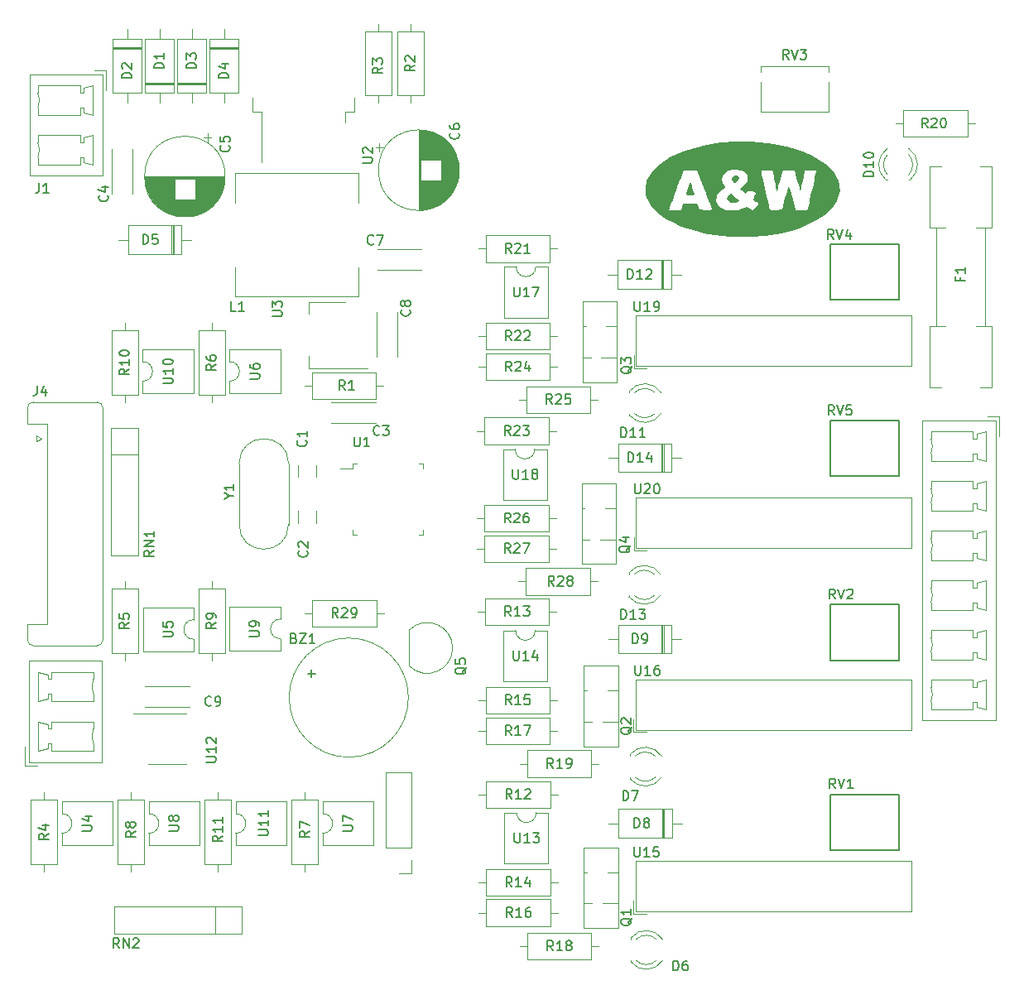
<source format=gbr>
%TF.GenerationSoftware,KiCad,Pcbnew,(6.0.8)*%
%TF.CreationDate,2023-07-19T02:04:08+05:30*%
%TF.ProjectId,STM32DryerPCB_V2,53544d33-3244-4727-9965-725043425f56,rev?*%
%TF.SameCoordinates,Original*%
%TF.FileFunction,Legend,Top*%
%TF.FilePolarity,Positive*%
%FSLAX46Y46*%
G04 Gerber Fmt 4.6, Leading zero omitted, Abs format (unit mm)*
G04 Created by KiCad (PCBNEW (6.0.8)) date 2023-07-19 02:04:08*
%MOMM*%
%LPD*%
G01*
G04 APERTURE LIST*
%ADD10C,0.150000*%
%ADD11C,0.120000*%
G04 APERTURE END LIST*
D10*
%TO.C,RV2*%
X176798361Y-91859080D02*
X176465028Y-91382890D01*
X176226933Y-91859080D02*
X176226933Y-90859080D01*
X176607885Y-90859080D01*
X176703123Y-90906700D01*
X176750742Y-90954319D01*
X176798361Y-91049557D01*
X176798361Y-91192414D01*
X176750742Y-91287652D01*
X176703123Y-91335271D01*
X176607885Y-91382890D01*
X176226933Y-91382890D01*
X177084076Y-90859080D02*
X177417409Y-91859080D01*
X177750742Y-90859080D01*
X178036457Y-90954319D02*
X178084076Y-90906700D01*
X178179314Y-90859080D01*
X178417409Y-90859080D01*
X178512647Y-90906700D01*
X178560266Y-90954319D01*
X178607885Y-91049557D01*
X178607885Y-91144795D01*
X178560266Y-91287652D01*
X177988838Y-91859080D01*
X178607885Y-91859080D01*
%TO.C,RV4*%
X176645961Y-55062380D02*
X176312628Y-54586190D01*
X176074533Y-55062380D02*
X176074533Y-54062380D01*
X176455485Y-54062380D01*
X176550723Y-54110000D01*
X176598342Y-54157619D01*
X176645961Y-54252857D01*
X176645961Y-54395714D01*
X176598342Y-54490952D01*
X176550723Y-54538571D01*
X176455485Y-54586190D01*
X176074533Y-54586190D01*
X176931676Y-54062380D02*
X177265009Y-55062380D01*
X177598342Y-54062380D01*
X178360247Y-54395714D02*
X178360247Y-55062380D01*
X178122152Y-54014761D02*
X177884057Y-54729047D01*
X178503104Y-54729047D01*
%TO.C,RV1*%
X176823761Y-111247180D02*
X176490428Y-110770990D01*
X176252333Y-111247180D02*
X176252333Y-110247180D01*
X176633285Y-110247180D01*
X176728523Y-110294800D01*
X176776142Y-110342419D01*
X176823761Y-110437657D01*
X176823761Y-110580514D01*
X176776142Y-110675752D01*
X176728523Y-110723371D01*
X176633285Y-110770990D01*
X176252333Y-110770990D01*
X177109476Y-110247180D02*
X177442809Y-111247180D01*
X177776142Y-110247180D01*
X178633285Y-111247180D02*
X178061857Y-111247180D01*
X178347571Y-111247180D02*
X178347571Y-110247180D01*
X178252333Y-110390038D01*
X178157095Y-110485276D01*
X178061857Y-110532895D01*
%TO.C,RV5*%
X176696761Y-73045580D02*
X176363428Y-72569390D01*
X176125333Y-73045580D02*
X176125333Y-72045580D01*
X176506285Y-72045580D01*
X176601523Y-72093200D01*
X176649142Y-72140819D01*
X176696761Y-72236057D01*
X176696761Y-72378914D01*
X176649142Y-72474152D01*
X176601523Y-72521771D01*
X176506285Y-72569390D01*
X176125333Y-72569390D01*
X176982476Y-72045580D02*
X177315809Y-73045580D01*
X177649142Y-72045580D01*
X178458666Y-72045580D02*
X177982476Y-72045580D01*
X177934857Y-72521771D01*
X177982476Y-72474152D01*
X178077714Y-72426533D01*
X178315809Y-72426533D01*
X178411047Y-72474152D01*
X178458666Y-72521771D01*
X178506285Y-72617009D01*
X178506285Y-72855104D01*
X178458666Y-72950342D01*
X178411047Y-72997961D01*
X178315809Y-73045580D01*
X178077714Y-73045580D01*
X177982476Y-72997961D01*
X177934857Y-72950342D01*
%TO.C,U19*%
X156275004Y-61428380D02*
X156275004Y-62237904D01*
X156322623Y-62333142D01*
X156370242Y-62380761D01*
X156465480Y-62428380D01*
X156655957Y-62428380D01*
X156751195Y-62380761D01*
X156798814Y-62333142D01*
X156846433Y-62237904D01*
X156846433Y-61428380D01*
X157846433Y-62428380D02*
X157275004Y-62428380D01*
X157560719Y-62428380D02*
X157560719Y-61428380D01*
X157465480Y-61571238D01*
X157370242Y-61666476D01*
X157275004Y-61714095D01*
X158322623Y-62428380D02*
X158513100Y-62428380D01*
X158608338Y-62380761D01*
X158655957Y-62333142D01*
X158751195Y-62190285D01*
X158798814Y-61999809D01*
X158798814Y-61618857D01*
X158751195Y-61523619D01*
X158703576Y-61476000D01*
X158608338Y-61428380D01*
X158417861Y-61428380D01*
X158322623Y-61476000D01*
X158275004Y-61523619D01*
X158227385Y-61618857D01*
X158227385Y-61856952D01*
X158275004Y-61952190D01*
X158322623Y-61999809D01*
X158417861Y-62047428D01*
X158608338Y-62047428D01*
X158703576Y-61999809D01*
X158751195Y-61952190D01*
X158798814Y-61856952D01*
%TO.C,C3*%
X130186133Y-75033142D02*
X130138514Y-75080761D01*
X129995657Y-75128380D01*
X129900419Y-75128380D01*
X129757561Y-75080761D01*
X129662323Y-74985523D01*
X129614704Y-74890285D01*
X129567085Y-74699809D01*
X129567085Y-74556952D01*
X129614704Y-74366476D01*
X129662323Y-74271238D01*
X129757561Y-74176000D01*
X129900419Y-74128380D01*
X129995657Y-74128380D01*
X130138514Y-74176000D01*
X130186133Y-74223619D01*
X130519466Y-74128380D02*
X131138514Y-74128380D01*
X130805180Y-74509333D01*
X130948038Y-74509333D01*
X131043276Y-74556952D01*
X131090895Y-74604571D01*
X131138514Y-74699809D01*
X131138514Y-74937904D01*
X131090895Y-75033142D01*
X131043276Y-75080761D01*
X130948038Y-75128380D01*
X130662323Y-75128380D01*
X130567085Y-75080761D01*
X130519466Y-75033142D01*
%TO.C,D2*%
X104846380Y-38584095D02*
X103846380Y-38584095D01*
X103846380Y-38346000D01*
X103894000Y-38203142D01*
X103989238Y-38107904D01*
X104084476Y-38060285D01*
X104274952Y-38012666D01*
X104417809Y-38012666D01*
X104608285Y-38060285D01*
X104703523Y-38107904D01*
X104798761Y-38203142D01*
X104846380Y-38346000D01*
X104846380Y-38584095D01*
X103941619Y-37631714D02*
X103894000Y-37584095D01*
X103846380Y-37488857D01*
X103846380Y-37250761D01*
X103894000Y-37155523D01*
X103941619Y-37107904D01*
X104036857Y-37060285D01*
X104132095Y-37060285D01*
X104274952Y-37107904D01*
X104846380Y-37679333D01*
X104846380Y-37060285D01*
%TO.C,R9*%
X113482380Y-94273666D02*
X113006190Y-94607000D01*
X113482380Y-94845095D02*
X112482380Y-94845095D01*
X112482380Y-94464142D01*
X112530000Y-94368904D01*
X112577619Y-94321285D01*
X112672857Y-94273666D01*
X112815714Y-94273666D01*
X112910952Y-94321285D01*
X112958571Y-94368904D01*
X113006190Y-94464142D01*
X113006190Y-94845095D01*
X113482380Y-93797476D02*
X113482380Y-93607000D01*
X113434761Y-93511761D01*
X113387142Y-93464142D01*
X113244285Y-93368904D01*
X113053809Y-93321285D01*
X112672857Y-93321285D01*
X112577619Y-93368904D01*
X112530000Y-93416523D01*
X112482380Y-93511761D01*
X112482380Y-93702238D01*
X112530000Y-93797476D01*
X112577619Y-93845095D01*
X112672857Y-93892714D01*
X112910952Y-93892714D01*
X113006190Y-93845095D01*
X113053809Y-93797476D01*
X113101428Y-93702238D01*
X113101428Y-93511761D01*
X113053809Y-93416523D01*
X113006190Y-93368904D01*
X112910952Y-93321285D01*
%TO.C,D11*%
X154894114Y-75331580D02*
X154894114Y-74331580D01*
X155132209Y-74331580D01*
X155275066Y-74379200D01*
X155370304Y-74474438D01*
X155417923Y-74569676D01*
X155465542Y-74760152D01*
X155465542Y-74903009D01*
X155417923Y-75093485D01*
X155370304Y-75188723D01*
X155275066Y-75283961D01*
X155132209Y-75331580D01*
X154894114Y-75331580D01*
X156417923Y-75331580D02*
X155846495Y-75331580D01*
X156132209Y-75331580D02*
X156132209Y-74331580D01*
X156036971Y-74474438D01*
X155941733Y-74569676D01*
X155846495Y-74617295D01*
X157370304Y-75331580D02*
X156798876Y-75331580D01*
X157084590Y-75331580D02*
X157084590Y-74331580D01*
X156989352Y-74474438D01*
X156894114Y-74569676D01*
X156798876Y-74617295D01*
%TO.C,R11*%
X114117380Y-116085857D02*
X113641190Y-116419190D01*
X114117380Y-116657285D02*
X113117380Y-116657285D01*
X113117380Y-116276333D01*
X113165000Y-116181095D01*
X113212619Y-116133476D01*
X113307857Y-116085857D01*
X113450714Y-116085857D01*
X113545952Y-116133476D01*
X113593571Y-116181095D01*
X113641190Y-116276333D01*
X113641190Y-116657285D01*
X114117380Y-115133476D02*
X114117380Y-115704904D01*
X114117380Y-115419190D02*
X113117380Y-115419190D01*
X113260238Y-115514428D01*
X113355476Y-115609666D01*
X113403095Y-115704904D01*
X114117380Y-114181095D02*
X114117380Y-114752523D01*
X114117380Y-114466809D02*
X113117380Y-114466809D01*
X113260238Y-114562047D01*
X113355476Y-114657285D01*
X113403095Y-114752523D01*
%TO.C,R14*%
X143730742Y-121305580D02*
X143397409Y-120829390D01*
X143159314Y-121305580D02*
X143159314Y-120305580D01*
X143540266Y-120305580D01*
X143635504Y-120353200D01*
X143683123Y-120400819D01*
X143730742Y-120496057D01*
X143730742Y-120638914D01*
X143683123Y-120734152D01*
X143635504Y-120781771D01*
X143540266Y-120829390D01*
X143159314Y-120829390D01*
X144683123Y-121305580D02*
X144111695Y-121305580D01*
X144397409Y-121305580D02*
X144397409Y-120305580D01*
X144302171Y-120448438D01*
X144206933Y-120543676D01*
X144111695Y-120591295D01*
X145540266Y-120638914D02*
X145540266Y-121305580D01*
X145302171Y-120257961D02*
X145064076Y-120972247D01*
X145683123Y-120972247D01*
%TO.C,L1*%
X115504933Y-62428380D02*
X115028742Y-62428380D01*
X115028742Y-61428380D01*
X116362076Y-62428380D02*
X115790647Y-62428380D01*
X116076361Y-62428380D02*
X116076361Y-61428380D01*
X115981123Y-61571238D01*
X115885885Y-61666476D01*
X115790647Y-61714095D01*
%TO.C,R22*%
X143679942Y-65425580D02*
X143346609Y-64949390D01*
X143108514Y-65425580D02*
X143108514Y-64425580D01*
X143489466Y-64425580D01*
X143584704Y-64473200D01*
X143632323Y-64520819D01*
X143679942Y-64616057D01*
X143679942Y-64758914D01*
X143632323Y-64854152D01*
X143584704Y-64901771D01*
X143489466Y-64949390D01*
X143108514Y-64949390D01*
X144060895Y-64520819D02*
X144108514Y-64473200D01*
X144203752Y-64425580D01*
X144441847Y-64425580D01*
X144537085Y-64473200D01*
X144584704Y-64520819D01*
X144632323Y-64616057D01*
X144632323Y-64711295D01*
X144584704Y-64854152D01*
X144013276Y-65425580D01*
X144632323Y-65425580D01*
X145013276Y-64520819D02*
X145060895Y-64473200D01*
X145156133Y-64425580D01*
X145394228Y-64425580D01*
X145489466Y-64473200D01*
X145537085Y-64520819D01*
X145584704Y-64616057D01*
X145584704Y-64711295D01*
X145537085Y-64854152D01*
X144965657Y-65425580D01*
X145584704Y-65425580D01*
%TO.C,D6*%
X160233804Y-129873280D02*
X160233804Y-128873280D01*
X160471900Y-128873280D01*
X160614757Y-128920900D01*
X160709995Y-129016138D01*
X160757614Y-129111376D01*
X160805233Y-129301852D01*
X160805233Y-129444709D01*
X160757614Y-129635185D01*
X160709995Y-129730423D01*
X160614757Y-129825661D01*
X160471900Y-129873280D01*
X160233804Y-129873280D01*
X161662376Y-128873280D02*
X161471900Y-128873280D01*
X161376661Y-128920900D01*
X161329042Y-128968519D01*
X161233804Y-129111376D01*
X161186185Y-129301852D01*
X161186185Y-129682804D01*
X161233804Y-129778042D01*
X161281423Y-129825661D01*
X161376661Y-129873280D01*
X161567138Y-129873280D01*
X161662376Y-129825661D01*
X161709995Y-129778042D01*
X161757614Y-129682804D01*
X161757614Y-129444709D01*
X161709995Y-129349471D01*
X161662376Y-129301852D01*
X161567138Y-129254233D01*
X161376661Y-129254233D01*
X161281423Y-129301852D01*
X161233804Y-129349471D01*
X161186185Y-129444709D01*
%TO.C,R26*%
X143578342Y-84069180D02*
X143245009Y-83592990D01*
X143006914Y-84069180D02*
X143006914Y-83069180D01*
X143387866Y-83069180D01*
X143483104Y-83116800D01*
X143530723Y-83164419D01*
X143578342Y-83259657D01*
X143578342Y-83402514D01*
X143530723Y-83497752D01*
X143483104Y-83545371D01*
X143387866Y-83592990D01*
X143006914Y-83592990D01*
X143959295Y-83164419D02*
X144006914Y-83116800D01*
X144102152Y-83069180D01*
X144340247Y-83069180D01*
X144435485Y-83116800D01*
X144483104Y-83164419D01*
X144530723Y-83259657D01*
X144530723Y-83354895D01*
X144483104Y-83497752D01*
X143911676Y-84069180D01*
X144530723Y-84069180D01*
X145387866Y-83069180D02*
X145197390Y-83069180D01*
X145102152Y-83116800D01*
X145054533Y-83164419D01*
X144959295Y-83307276D01*
X144911676Y-83497752D01*
X144911676Y-83878704D01*
X144959295Y-83973942D01*
X145006914Y-84021561D01*
X145102152Y-84069180D01*
X145292628Y-84069180D01*
X145387866Y-84021561D01*
X145435485Y-83973942D01*
X145483104Y-83878704D01*
X145483104Y-83640609D01*
X145435485Y-83545371D01*
X145387866Y-83497752D01*
X145292628Y-83450133D01*
X145102152Y-83450133D01*
X145006914Y-83497752D01*
X144959295Y-83545371D01*
X144911676Y-83640609D01*
%TO.C,D3*%
X111450380Y-37568095D02*
X110450380Y-37568095D01*
X110450380Y-37330000D01*
X110498000Y-37187142D01*
X110593238Y-37091904D01*
X110688476Y-37044285D01*
X110878952Y-36996666D01*
X111021809Y-36996666D01*
X111212285Y-37044285D01*
X111307523Y-37091904D01*
X111402761Y-37187142D01*
X111450380Y-37330000D01*
X111450380Y-37568095D01*
X110450380Y-36663333D02*
X110450380Y-36044285D01*
X110831333Y-36377619D01*
X110831333Y-36234761D01*
X110878952Y-36139523D01*
X110926571Y-36091904D01*
X111021809Y-36044285D01*
X111259904Y-36044285D01*
X111355142Y-36091904D01*
X111402761Y-36139523D01*
X111450380Y-36234761D01*
X111450380Y-36520476D01*
X111402761Y-36615714D01*
X111355142Y-36663333D01*
%TO.C,R18*%
X147947142Y-127825480D02*
X147613809Y-127349290D01*
X147375714Y-127825480D02*
X147375714Y-126825480D01*
X147756666Y-126825480D01*
X147851904Y-126873100D01*
X147899523Y-126920719D01*
X147947142Y-127015957D01*
X147947142Y-127158814D01*
X147899523Y-127254052D01*
X147851904Y-127301671D01*
X147756666Y-127349290D01*
X147375714Y-127349290D01*
X148899523Y-127825480D02*
X148328095Y-127825480D01*
X148613809Y-127825480D02*
X148613809Y-126825480D01*
X148518571Y-126968338D01*
X148423333Y-127063576D01*
X148328095Y-127111195D01*
X149470952Y-127254052D02*
X149375714Y-127206433D01*
X149328095Y-127158814D01*
X149280476Y-127063576D01*
X149280476Y-127015957D01*
X149328095Y-126920719D01*
X149375714Y-126873100D01*
X149470952Y-126825480D01*
X149661428Y-126825480D01*
X149756666Y-126873100D01*
X149804285Y-126920719D01*
X149851904Y-127015957D01*
X149851904Y-127063576D01*
X149804285Y-127158814D01*
X149756666Y-127206433D01*
X149661428Y-127254052D01*
X149470952Y-127254052D01*
X149375714Y-127301671D01*
X149328095Y-127349290D01*
X149280476Y-127444528D01*
X149280476Y-127635004D01*
X149328095Y-127730242D01*
X149375714Y-127777861D01*
X149470952Y-127825480D01*
X149661428Y-127825480D01*
X149756666Y-127777861D01*
X149804285Y-127730242D01*
X149851904Y-127635004D01*
X149851904Y-127444528D01*
X149804285Y-127349290D01*
X149756666Y-127301671D01*
X149661428Y-127254052D01*
%TO.C,R21*%
X143679942Y-56484780D02*
X143346609Y-56008590D01*
X143108514Y-56484780D02*
X143108514Y-55484780D01*
X143489466Y-55484780D01*
X143584704Y-55532400D01*
X143632323Y-55580019D01*
X143679942Y-55675257D01*
X143679942Y-55818114D01*
X143632323Y-55913352D01*
X143584704Y-55960971D01*
X143489466Y-56008590D01*
X143108514Y-56008590D01*
X144060895Y-55580019D02*
X144108514Y-55532400D01*
X144203752Y-55484780D01*
X144441847Y-55484780D01*
X144537085Y-55532400D01*
X144584704Y-55580019D01*
X144632323Y-55675257D01*
X144632323Y-55770495D01*
X144584704Y-55913352D01*
X144013276Y-56484780D01*
X144632323Y-56484780D01*
X145584704Y-56484780D02*
X145013276Y-56484780D01*
X145298990Y-56484780D02*
X145298990Y-55484780D01*
X145203752Y-55627638D01*
X145108514Y-55722876D01*
X145013276Y-55770495D01*
%TO.C,Q1*%
X155995619Y-124504438D02*
X155948000Y-124599676D01*
X155852761Y-124694914D01*
X155709904Y-124837771D01*
X155662285Y-124933009D01*
X155662285Y-125028247D01*
X155900380Y-124980628D02*
X155852761Y-125075866D01*
X155757523Y-125171104D01*
X155567047Y-125218723D01*
X155233714Y-125218723D01*
X155043238Y-125171104D01*
X154948000Y-125075866D01*
X154900380Y-124980628D01*
X154900380Y-124790152D01*
X154948000Y-124694914D01*
X155043238Y-124599676D01*
X155233714Y-124552057D01*
X155567047Y-124552057D01*
X155757523Y-124599676D01*
X155852761Y-124694914D01*
X155900380Y-124790152D01*
X155900380Y-124980628D01*
X155900380Y-123599676D02*
X155900380Y-124171104D01*
X155900380Y-123885390D02*
X154900380Y-123885390D01*
X155043238Y-123980628D01*
X155138476Y-124075866D01*
X155186095Y-124171104D01*
%TO.C,D5*%
X105992704Y-55570380D02*
X105992704Y-54570380D01*
X106230800Y-54570380D01*
X106373657Y-54618000D01*
X106468895Y-54713238D01*
X106516514Y-54808476D01*
X106564133Y-54998952D01*
X106564133Y-55141809D01*
X106516514Y-55332285D01*
X106468895Y-55427523D01*
X106373657Y-55522761D01*
X106230800Y-55570380D01*
X105992704Y-55570380D01*
X107468895Y-54570380D02*
X106992704Y-54570380D01*
X106945085Y-55046571D01*
X106992704Y-54998952D01*
X107087942Y-54951333D01*
X107326038Y-54951333D01*
X107421276Y-54998952D01*
X107468895Y-55046571D01*
X107516514Y-55141809D01*
X107516514Y-55379904D01*
X107468895Y-55475142D01*
X107421276Y-55522761D01*
X107326038Y-55570380D01*
X107087942Y-55570380D01*
X106992704Y-55522761D01*
X106945085Y-55475142D01*
%TO.C,U13*%
X143999104Y-115784380D02*
X143999104Y-116593904D01*
X144046723Y-116689142D01*
X144094342Y-116736761D01*
X144189580Y-116784380D01*
X144380057Y-116784380D01*
X144475295Y-116736761D01*
X144522914Y-116689142D01*
X144570533Y-116593904D01*
X144570533Y-115784380D01*
X145570533Y-116784380D02*
X144999104Y-116784380D01*
X145284819Y-116784380D02*
X145284819Y-115784380D01*
X145189580Y-115927238D01*
X145094342Y-116022476D01*
X144999104Y-116070095D01*
X145903866Y-115784380D02*
X146522914Y-115784380D01*
X146189580Y-116165333D01*
X146332438Y-116165333D01*
X146427676Y-116212952D01*
X146475295Y-116260571D01*
X146522914Y-116355809D01*
X146522914Y-116593904D01*
X146475295Y-116689142D01*
X146427676Y-116736761D01*
X146332438Y-116784380D01*
X146046723Y-116784380D01*
X145951485Y-116736761D01*
X145903866Y-116689142D01*
%TO.C,U6*%
X116927380Y-69356904D02*
X117736904Y-69356904D01*
X117832142Y-69309285D01*
X117879761Y-69261666D01*
X117927380Y-69166428D01*
X117927380Y-68975952D01*
X117879761Y-68880714D01*
X117832142Y-68833095D01*
X117736904Y-68785476D01*
X116927380Y-68785476D01*
X116927380Y-67880714D02*
X116927380Y-68071190D01*
X116975000Y-68166428D01*
X117022619Y-68214047D01*
X117165476Y-68309285D01*
X117355952Y-68356904D01*
X117736904Y-68356904D01*
X117832142Y-68309285D01*
X117879761Y-68261666D01*
X117927380Y-68166428D01*
X117927380Y-67975952D01*
X117879761Y-67880714D01*
X117832142Y-67833095D01*
X117736904Y-67785476D01*
X117498809Y-67785476D01*
X117403571Y-67833095D01*
X117355952Y-67880714D01*
X117308333Y-67975952D01*
X117308333Y-68166428D01*
X117355952Y-68261666D01*
X117403571Y-68309285D01*
X117498809Y-68356904D01*
%TO.C,R5*%
X104592380Y-94273666D02*
X104116190Y-94607000D01*
X104592380Y-94845095D02*
X103592380Y-94845095D01*
X103592380Y-94464142D01*
X103640000Y-94368904D01*
X103687619Y-94321285D01*
X103782857Y-94273666D01*
X103925714Y-94273666D01*
X104020952Y-94321285D01*
X104068571Y-94368904D01*
X104116190Y-94464142D01*
X104116190Y-94845095D01*
X103592380Y-93368904D02*
X103592380Y-93845095D01*
X104068571Y-93892714D01*
X104020952Y-93845095D01*
X103973333Y-93749857D01*
X103973333Y-93511761D01*
X104020952Y-93416523D01*
X104068571Y-93368904D01*
X104163809Y-93321285D01*
X104401904Y-93321285D01*
X104497142Y-93368904D01*
X104544761Y-93416523D01*
X104592380Y-93511761D01*
X104592380Y-93749857D01*
X104544761Y-93845095D01*
X104497142Y-93892714D01*
%TO.C,D10*%
X180727980Y-48666485D02*
X179727980Y-48666485D01*
X179727980Y-48428390D01*
X179775600Y-48285533D01*
X179870838Y-48190295D01*
X179966076Y-48142676D01*
X180156552Y-48095057D01*
X180299409Y-48095057D01*
X180489885Y-48142676D01*
X180585123Y-48190295D01*
X180680361Y-48285533D01*
X180727980Y-48428390D01*
X180727980Y-48666485D01*
X180727980Y-47142676D02*
X180727980Y-47714104D01*
X180727980Y-47428390D02*
X179727980Y-47428390D01*
X179870838Y-47523628D01*
X179966076Y-47618866D01*
X180013695Y-47714104D01*
X179727980Y-46523628D02*
X179727980Y-46428390D01*
X179775600Y-46333152D01*
X179823219Y-46285533D01*
X179918457Y-46237914D01*
X180108933Y-46190295D01*
X180347028Y-46190295D01*
X180537504Y-46237914D01*
X180632742Y-46285533D01*
X180680361Y-46333152D01*
X180727980Y-46428390D01*
X180727980Y-46523628D01*
X180680361Y-46618866D01*
X180632742Y-46666485D01*
X180537504Y-46714104D01*
X180347028Y-46761723D01*
X180108933Y-46761723D01*
X179918457Y-46714104D01*
X179823219Y-46666485D01*
X179775600Y-46618866D01*
X179727980Y-46523628D01*
%TO.C,R10*%
X104592380Y-68333857D02*
X104116190Y-68667190D01*
X104592380Y-68905285D02*
X103592380Y-68905285D01*
X103592380Y-68524333D01*
X103640000Y-68429095D01*
X103687619Y-68381476D01*
X103782857Y-68333857D01*
X103925714Y-68333857D01*
X104020952Y-68381476D01*
X104068571Y-68429095D01*
X104116190Y-68524333D01*
X104116190Y-68905285D01*
X104592380Y-67381476D02*
X104592380Y-67952904D01*
X104592380Y-67667190D02*
X103592380Y-67667190D01*
X103735238Y-67762428D01*
X103830476Y-67857666D01*
X103878095Y-67952904D01*
X103592380Y-66762428D02*
X103592380Y-66667190D01*
X103640000Y-66571952D01*
X103687619Y-66524333D01*
X103782857Y-66476714D01*
X103973333Y-66429095D01*
X104211428Y-66429095D01*
X104401904Y-66476714D01*
X104497142Y-66524333D01*
X104544761Y-66571952D01*
X104592380Y-66667190D01*
X104592380Y-66762428D01*
X104544761Y-66857666D01*
X104497142Y-66905285D01*
X104401904Y-66952904D01*
X104211428Y-67000523D01*
X103973333Y-67000523D01*
X103782857Y-66952904D01*
X103687619Y-66905285D01*
X103640000Y-66857666D01*
X103592380Y-66762428D01*
%TO.C,F1*%
X189564971Y-59007333D02*
X189564971Y-59340666D01*
X190088780Y-59340666D02*
X189088780Y-59340666D01*
X189088780Y-58864476D01*
X190088780Y-57959714D02*
X190088780Y-58531142D01*
X190088780Y-58245428D02*
X189088780Y-58245428D01*
X189231638Y-58340666D01*
X189326876Y-58435904D01*
X189374495Y-58531142D01*
%TO.C,R1*%
X126662333Y-70502380D02*
X126329000Y-70026190D01*
X126090904Y-70502380D02*
X126090904Y-69502380D01*
X126471857Y-69502380D01*
X126567095Y-69550000D01*
X126614714Y-69597619D01*
X126662333Y-69692857D01*
X126662333Y-69835714D01*
X126614714Y-69930952D01*
X126567095Y-69978571D01*
X126471857Y-70026190D01*
X126090904Y-70026190D01*
X127614714Y-70502380D02*
X127043285Y-70502380D01*
X127329000Y-70502380D02*
X127329000Y-69502380D01*
X127233761Y-69645238D01*
X127138523Y-69740476D01*
X127043285Y-69788095D01*
%TO.C,R17*%
X143679942Y-105811580D02*
X143346609Y-105335390D01*
X143108514Y-105811580D02*
X143108514Y-104811580D01*
X143489466Y-104811580D01*
X143584704Y-104859200D01*
X143632323Y-104906819D01*
X143679942Y-105002057D01*
X143679942Y-105144914D01*
X143632323Y-105240152D01*
X143584704Y-105287771D01*
X143489466Y-105335390D01*
X143108514Y-105335390D01*
X144632323Y-105811580D02*
X144060895Y-105811580D01*
X144346609Y-105811580D02*
X144346609Y-104811580D01*
X144251371Y-104954438D01*
X144156133Y-105049676D01*
X144060895Y-105097295D01*
X144965657Y-104811580D02*
X145632323Y-104811580D01*
X145203752Y-105811580D01*
%TO.C,D1*%
X108148380Y-37576095D02*
X107148380Y-37576095D01*
X107148380Y-37338000D01*
X107196000Y-37195142D01*
X107291238Y-37099904D01*
X107386476Y-37052285D01*
X107576952Y-37004666D01*
X107719809Y-37004666D01*
X107910285Y-37052285D01*
X108005523Y-37099904D01*
X108100761Y-37195142D01*
X108148380Y-37338000D01*
X108148380Y-37576095D01*
X108148380Y-36052285D02*
X108148380Y-36623714D01*
X108148380Y-36338000D02*
X107148380Y-36338000D01*
X107291238Y-36433238D01*
X107386476Y-36528476D01*
X107434095Y-36623714D01*
%TO.C,C4*%
X102357142Y-50591666D02*
X102404761Y-50639285D01*
X102452380Y-50782142D01*
X102452380Y-50877380D01*
X102404761Y-51020238D01*
X102309523Y-51115476D01*
X102214285Y-51163095D01*
X102023809Y-51210714D01*
X101880952Y-51210714D01*
X101690476Y-51163095D01*
X101595238Y-51115476D01*
X101500000Y-51020238D01*
X101452380Y-50877380D01*
X101452380Y-50782142D01*
X101500000Y-50639285D01*
X101547619Y-50591666D01*
X101785714Y-49734523D02*
X102452380Y-49734523D01*
X101404761Y-49972619D02*
X102119047Y-50210714D01*
X102119047Y-49591666D01*
%TO.C,R29*%
X125950742Y-93771980D02*
X125617409Y-93295790D01*
X125379314Y-93771980D02*
X125379314Y-92771980D01*
X125760266Y-92771980D01*
X125855504Y-92819600D01*
X125903123Y-92867219D01*
X125950742Y-92962457D01*
X125950742Y-93105314D01*
X125903123Y-93200552D01*
X125855504Y-93248171D01*
X125760266Y-93295790D01*
X125379314Y-93295790D01*
X126331695Y-92867219D02*
X126379314Y-92819600D01*
X126474552Y-92771980D01*
X126712647Y-92771980D01*
X126807885Y-92819600D01*
X126855504Y-92867219D01*
X126903123Y-92962457D01*
X126903123Y-93057695D01*
X126855504Y-93200552D01*
X126284076Y-93771980D01*
X126903123Y-93771980D01*
X127379314Y-93771980D02*
X127569790Y-93771980D01*
X127665028Y-93724361D01*
X127712647Y-93676742D01*
X127807885Y-93533885D01*
X127855504Y-93343409D01*
X127855504Y-92962457D01*
X127807885Y-92867219D01*
X127760266Y-92819600D01*
X127665028Y-92771980D01*
X127474552Y-92771980D01*
X127379314Y-92819600D01*
X127331695Y-92867219D01*
X127284076Y-92962457D01*
X127284076Y-93200552D01*
X127331695Y-93295790D01*
X127379314Y-93343409D01*
X127474552Y-93391028D01*
X127665028Y-93391028D01*
X127760266Y-93343409D01*
X127807885Y-93295790D01*
X127855504Y-93200552D01*
%TO.C,R6*%
X113482380Y-67857666D02*
X113006190Y-68191000D01*
X113482380Y-68429095D02*
X112482380Y-68429095D01*
X112482380Y-68048142D01*
X112530000Y-67952904D01*
X112577619Y-67905285D01*
X112672857Y-67857666D01*
X112815714Y-67857666D01*
X112910952Y-67905285D01*
X112958571Y-67952904D01*
X113006190Y-68048142D01*
X113006190Y-68429095D01*
X112482380Y-67000523D02*
X112482380Y-67191000D01*
X112530000Y-67286238D01*
X112577619Y-67333857D01*
X112720476Y-67429095D01*
X112910952Y-67476714D01*
X113291904Y-67476714D01*
X113387142Y-67429095D01*
X113434761Y-67381476D01*
X113482380Y-67286238D01*
X113482380Y-67095761D01*
X113434761Y-67000523D01*
X113387142Y-66952904D01*
X113291904Y-66905285D01*
X113053809Y-66905285D01*
X112958571Y-66952904D01*
X112910952Y-67000523D01*
X112863333Y-67095761D01*
X112863333Y-67286238D01*
X112910952Y-67381476D01*
X112958571Y-67429095D01*
X113053809Y-67476714D01*
%TO.C,C2*%
X122785142Y-86944666D02*
X122832761Y-86992285D01*
X122880380Y-87135142D01*
X122880380Y-87230380D01*
X122832761Y-87373238D01*
X122737523Y-87468476D01*
X122642285Y-87516095D01*
X122451809Y-87563714D01*
X122308952Y-87563714D01*
X122118476Y-87516095D01*
X122023238Y-87468476D01*
X121928000Y-87373238D01*
X121880380Y-87230380D01*
X121880380Y-87135142D01*
X121928000Y-86992285D01*
X121975619Y-86944666D01*
X121975619Y-86563714D02*
X121928000Y-86516095D01*
X121880380Y-86420857D01*
X121880380Y-86182761D01*
X121928000Y-86087523D01*
X121975619Y-86039904D01*
X122070857Y-85992285D01*
X122166095Y-85992285D01*
X122308952Y-86039904D01*
X122880380Y-86611333D01*
X122880380Y-85992285D01*
%TO.C,R20*%
X186250342Y-43683180D02*
X185917009Y-43206990D01*
X185678914Y-43683180D02*
X185678914Y-42683180D01*
X186059866Y-42683180D01*
X186155104Y-42730800D01*
X186202723Y-42778419D01*
X186250342Y-42873657D01*
X186250342Y-43016514D01*
X186202723Y-43111752D01*
X186155104Y-43159371D01*
X186059866Y-43206990D01*
X185678914Y-43206990D01*
X186631295Y-42778419D02*
X186678914Y-42730800D01*
X186774152Y-42683180D01*
X187012247Y-42683180D01*
X187107485Y-42730800D01*
X187155104Y-42778419D01*
X187202723Y-42873657D01*
X187202723Y-42968895D01*
X187155104Y-43111752D01*
X186583676Y-43683180D01*
X187202723Y-43683180D01*
X187821771Y-42683180D02*
X187917009Y-42683180D01*
X188012247Y-42730800D01*
X188059866Y-42778419D01*
X188107485Y-42873657D01*
X188155104Y-43064133D01*
X188155104Y-43302228D01*
X188107485Y-43492704D01*
X188059866Y-43587942D01*
X188012247Y-43635561D01*
X187917009Y-43683180D01*
X187821771Y-43683180D01*
X187726533Y-43635561D01*
X187678914Y-43587942D01*
X187631295Y-43492704D01*
X187583676Y-43302228D01*
X187583676Y-43064133D01*
X187631295Y-42873657D01*
X187678914Y-42778419D01*
X187726533Y-42730800D01*
X187821771Y-42683180D01*
%TO.C,R7*%
X123007380Y-115609666D02*
X122531190Y-115943000D01*
X123007380Y-116181095D02*
X122007380Y-116181095D01*
X122007380Y-115800142D01*
X122055000Y-115704904D01*
X122102619Y-115657285D01*
X122197857Y-115609666D01*
X122340714Y-115609666D01*
X122435952Y-115657285D01*
X122483571Y-115704904D01*
X122531190Y-115800142D01*
X122531190Y-116181095D01*
X122007380Y-115276333D02*
X122007380Y-114609666D01*
X123007380Y-115038238D01*
%TO.C,C8*%
X133275342Y-62295066D02*
X133322961Y-62342685D01*
X133370580Y-62485542D01*
X133370580Y-62580780D01*
X133322961Y-62723638D01*
X133227723Y-62818876D01*
X133132485Y-62866495D01*
X132942009Y-62914114D01*
X132799152Y-62914114D01*
X132608676Y-62866495D01*
X132513438Y-62818876D01*
X132418200Y-62723638D01*
X132370580Y-62580780D01*
X132370580Y-62485542D01*
X132418200Y-62342685D01*
X132465819Y-62295066D01*
X132799152Y-61723638D02*
X132751533Y-61818876D01*
X132703914Y-61866495D01*
X132608676Y-61914114D01*
X132561057Y-61914114D01*
X132465819Y-61866495D01*
X132418200Y-61818876D01*
X132370580Y-61723638D01*
X132370580Y-61533161D01*
X132418200Y-61437923D01*
X132465819Y-61390304D01*
X132561057Y-61342685D01*
X132608676Y-61342685D01*
X132703914Y-61390304D01*
X132751533Y-61437923D01*
X132799152Y-61533161D01*
X132799152Y-61723638D01*
X132846771Y-61818876D01*
X132894390Y-61866495D01*
X132989628Y-61914114D01*
X133180104Y-61914114D01*
X133275342Y-61866495D01*
X133322961Y-61818876D01*
X133370580Y-61723638D01*
X133370580Y-61533161D01*
X133322961Y-61437923D01*
X133275342Y-61390304D01*
X133180104Y-61342685D01*
X132989628Y-61342685D01*
X132894390Y-61390304D01*
X132846771Y-61437923D01*
X132799152Y-61533161D01*
%TO.C,U10*%
X108037380Y-69833095D02*
X108846904Y-69833095D01*
X108942142Y-69785476D01*
X108989761Y-69737857D01*
X109037380Y-69642619D01*
X109037380Y-69452142D01*
X108989761Y-69356904D01*
X108942142Y-69309285D01*
X108846904Y-69261666D01*
X108037380Y-69261666D01*
X109037380Y-68261666D02*
X109037380Y-68833095D01*
X109037380Y-68547380D02*
X108037380Y-68547380D01*
X108180238Y-68642619D01*
X108275476Y-68737857D01*
X108323095Y-68833095D01*
X108037380Y-67642619D02*
X108037380Y-67547380D01*
X108085000Y-67452142D01*
X108132619Y-67404523D01*
X108227857Y-67356904D01*
X108418333Y-67309285D01*
X108656428Y-67309285D01*
X108846904Y-67356904D01*
X108942142Y-67404523D01*
X108989761Y-67452142D01*
X109037380Y-67547380D01*
X109037380Y-67642619D01*
X108989761Y-67737857D01*
X108942142Y-67785476D01*
X108846904Y-67833095D01*
X108656428Y-67880714D01*
X108418333Y-67880714D01*
X108227857Y-67833095D01*
X108132619Y-67785476D01*
X108085000Y-67737857D01*
X108037380Y-67642619D01*
%TO.C,R25*%
X147845542Y-71927980D02*
X147512209Y-71451790D01*
X147274114Y-71927980D02*
X147274114Y-70927980D01*
X147655066Y-70927980D01*
X147750304Y-70975600D01*
X147797923Y-71023219D01*
X147845542Y-71118457D01*
X147845542Y-71261314D01*
X147797923Y-71356552D01*
X147750304Y-71404171D01*
X147655066Y-71451790D01*
X147274114Y-71451790D01*
X148226495Y-71023219D02*
X148274114Y-70975600D01*
X148369352Y-70927980D01*
X148607447Y-70927980D01*
X148702685Y-70975600D01*
X148750304Y-71023219D01*
X148797923Y-71118457D01*
X148797923Y-71213695D01*
X148750304Y-71356552D01*
X148178876Y-71927980D01*
X148797923Y-71927980D01*
X149702685Y-70927980D02*
X149226495Y-70927980D01*
X149178876Y-71404171D01*
X149226495Y-71356552D01*
X149321733Y-71308933D01*
X149559828Y-71308933D01*
X149655066Y-71356552D01*
X149702685Y-71404171D01*
X149750304Y-71499409D01*
X149750304Y-71737504D01*
X149702685Y-71832742D01*
X149655066Y-71880361D01*
X149559828Y-71927980D01*
X149321733Y-71927980D01*
X149226495Y-71880361D01*
X149178876Y-71832742D01*
%TO.C,U16*%
X156343504Y-98656880D02*
X156343504Y-99466404D01*
X156391123Y-99561642D01*
X156438742Y-99609261D01*
X156533980Y-99656880D01*
X156724457Y-99656880D01*
X156819695Y-99609261D01*
X156867314Y-99561642D01*
X156914933Y-99466404D01*
X156914933Y-98656880D01*
X157914933Y-99656880D02*
X157343504Y-99656880D01*
X157629219Y-99656880D02*
X157629219Y-98656880D01*
X157533980Y-98799738D01*
X157438742Y-98894976D01*
X157343504Y-98942595D01*
X158772076Y-98656880D02*
X158581600Y-98656880D01*
X158486361Y-98704500D01*
X158438742Y-98752119D01*
X158343504Y-98894976D01*
X158295885Y-99085452D01*
X158295885Y-99466404D01*
X158343504Y-99561642D01*
X158391123Y-99609261D01*
X158486361Y-99656880D01*
X158676838Y-99656880D01*
X158772076Y-99609261D01*
X158819695Y-99561642D01*
X158867314Y-99466404D01*
X158867314Y-99228309D01*
X158819695Y-99133071D01*
X158772076Y-99085452D01*
X158676838Y-99037833D01*
X158486361Y-99037833D01*
X158391123Y-99085452D01*
X158343504Y-99133071D01*
X158295885Y-99228309D01*
%TO.C,R12*%
X143730742Y-112313980D02*
X143397409Y-111837790D01*
X143159314Y-112313980D02*
X143159314Y-111313980D01*
X143540266Y-111313980D01*
X143635504Y-111361600D01*
X143683123Y-111409219D01*
X143730742Y-111504457D01*
X143730742Y-111647314D01*
X143683123Y-111742552D01*
X143635504Y-111790171D01*
X143540266Y-111837790D01*
X143159314Y-111837790D01*
X144683123Y-112313980D02*
X144111695Y-112313980D01*
X144397409Y-112313980D02*
X144397409Y-111313980D01*
X144302171Y-111456838D01*
X144206933Y-111552076D01*
X144111695Y-111599695D01*
X145064076Y-111409219D02*
X145111695Y-111361600D01*
X145206933Y-111313980D01*
X145445028Y-111313980D01*
X145540266Y-111361600D01*
X145587885Y-111409219D01*
X145635504Y-111504457D01*
X145635504Y-111599695D01*
X145587885Y-111742552D01*
X145016457Y-112313980D01*
X145635504Y-112313980D01*
%TO.C,Y1*%
X114815190Y-81349790D02*
X115291380Y-81349790D01*
X114291380Y-81683123D02*
X114815190Y-81349790D01*
X114291380Y-81016457D01*
X115291380Y-80159314D02*
X115291380Y-80730742D01*
X115291380Y-80445028D02*
X114291380Y-80445028D01*
X114434238Y-80540266D01*
X114529476Y-80635504D01*
X114577095Y-80730742D01*
%TO.C,C1*%
X122658142Y-75641666D02*
X122705761Y-75689285D01*
X122753380Y-75832142D01*
X122753380Y-75927380D01*
X122705761Y-76070238D01*
X122610523Y-76165476D01*
X122515285Y-76213095D01*
X122324809Y-76260714D01*
X122181952Y-76260714D01*
X121991476Y-76213095D01*
X121896238Y-76165476D01*
X121801000Y-76070238D01*
X121753380Y-75927380D01*
X121753380Y-75832142D01*
X121801000Y-75689285D01*
X121848619Y-75641666D01*
X122753380Y-74689285D02*
X122753380Y-75260714D01*
X122753380Y-74975000D02*
X121753380Y-74975000D01*
X121896238Y-75070238D01*
X121991476Y-75165476D01*
X122039095Y-75260714D01*
%TO.C,U3*%
X119227380Y-62961904D02*
X120036904Y-62961904D01*
X120132142Y-62914285D01*
X120179761Y-62866666D01*
X120227380Y-62771428D01*
X120227380Y-62580952D01*
X120179761Y-62485714D01*
X120132142Y-62438095D01*
X120036904Y-62390476D01*
X119227380Y-62390476D01*
X119227380Y-62009523D02*
X119227380Y-61390476D01*
X119608333Y-61723809D01*
X119608333Y-61580952D01*
X119655952Y-61485714D01*
X119703571Y-61438095D01*
X119798809Y-61390476D01*
X120036904Y-61390476D01*
X120132142Y-61438095D01*
X120179761Y-61485714D01*
X120227380Y-61580952D01*
X120227380Y-61866666D01*
X120179761Y-61961904D01*
X120132142Y-62009523D01*
%TO.C,U15*%
X156241904Y-117232180D02*
X156241904Y-118041704D01*
X156289523Y-118136942D01*
X156337142Y-118184561D01*
X156432380Y-118232180D01*
X156622857Y-118232180D01*
X156718095Y-118184561D01*
X156765714Y-118136942D01*
X156813333Y-118041704D01*
X156813333Y-117232180D01*
X157813333Y-118232180D02*
X157241904Y-118232180D01*
X157527619Y-118232180D02*
X157527619Y-117232180D01*
X157432380Y-117375038D01*
X157337142Y-117470276D01*
X157241904Y-117517895D01*
X158718095Y-117232180D02*
X158241904Y-117232180D01*
X158194285Y-117708371D01*
X158241904Y-117660752D01*
X158337142Y-117613133D01*
X158575238Y-117613133D01*
X158670476Y-117660752D01*
X158718095Y-117708371D01*
X158765714Y-117803609D01*
X158765714Y-118041704D01*
X158718095Y-118136942D01*
X158670476Y-118184561D01*
X158575238Y-118232180D01*
X158337142Y-118232180D01*
X158241904Y-118184561D01*
X158194285Y-118136942D01*
%TO.C,R15*%
X143679942Y-102661980D02*
X143346609Y-102185790D01*
X143108514Y-102661980D02*
X143108514Y-101661980D01*
X143489466Y-101661980D01*
X143584704Y-101709600D01*
X143632323Y-101757219D01*
X143679942Y-101852457D01*
X143679942Y-101995314D01*
X143632323Y-102090552D01*
X143584704Y-102138171D01*
X143489466Y-102185790D01*
X143108514Y-102185790D01*
X144632323Y-102661980D02*
X144060895Y-102661980D01*
X144346609Y-102661980D02*
X144346609Y-101661980D01*
X144251371Y-101804838D01*
X144156133Y-101900076D01*
X144060895Y-101947695D01*
X145537085Y-101661980D02*
X145060895Y-101661980D01*
X145013276Y-102138171D01*
X145060895Y-102090552D01*
X145156133Y-102042933D01*
X145394228Y-102042933D01*
X145489466Y-102090552D01*
X145537085Y-102138171D01*
X145584704Y-102233409D01*
X145584704Y-102471504D01*
X145537085Y-102566742D01*
X145489466Y-102614361D01*
X145394228Y-102661980D01*
X145156133Y-102661980D01*
X145060895Y-102614361D01*
X145013276Y-102566742D01*
%TO.C,U14*%
X143882504Y-97140780D02*
X143882504Y-97950304D01*
X143930123Y-98045542D01*
X143977742Y-98093161D01*
X144072980Y-98140780D01*
X144263457Y-98140780D01*
X144358695Y-98093161D01*
X144406314Y-98045542D01*
X144453933Y-97950304D01*
X144453933Y-97140780D01*
X145453933Y-98140780D02*
X144882504Y-98140780D01*
X145168219Y-98140780D02*
X145168219Y-97140780D01*
X145072980Y-97283638D01*
X144977742Y-97378876D01*
X144882504Y-97426495D01*
X146311076Y-97474114D02*
X146311076Y-98140780D01*
X146072980Y-97093161D02*
X145834885Y-97807447D01*
X146453933Y-97807447D01*
%TO.C,C6*%
X138279142Y-44210266D02*
X138326761Y-44257885D01*
X138374380Y-44400742D01*
X138374380Y-44495980D01*
X138326761Y-44638838D01*
X138231523Y-44734076D01*
X138136285Y-44781695D01*
X137945809Y-44829314D01*
X137802952Y-44829314D01*
X137612476Y-44781695D01*
X137517238Y-44734076D01*
X137422000Y-44638838D01*
X137374380Y-44495980D01*
X137374380Y-44400742D01*
X137422000Y-44257885D01*
X137469619Y-44210266D01*
X137374380Y-43353123D02*
X137374380Y-43543600D01*
X137422000Y-43638838D01*
X137469619Y-43686457D01*
X137612476Y-43781695D01*
X137802952Y-43829314D01*
X138183904Y-43829314D01*
X138279142Y-43781695D01*
X138326761Y-43734076D01*
X138374380Y-43638838D01*
X138374380Y-43448361D01*
X138326761Y-43353123D01*
X138279142Y-43305504D01*
X138183904Y-43257885D01*
X137945809Y-43257885D01*
X137850571Y-43305504D01*
X137802952Y-43353123D01*
X137755333Y-43448361D01*
X137755333Y-43638838D01*
X137802952Y-43734076D01*
X137850571Y-43781695D01*
X137945809Y-43829314D01*
%TO.C,U8*%
X108672380Y-115584904D02*
X109481904Y-115584904D01*
X109577142Y-115537285D01*
X109624761Y-115489666D01*
X109672380Y-115394428D01*
X109672380Y-115203952D01*
X109624761Y-115108714D01*
X109577142Y-115061095D01*
X109481904Y-115013476D01*
X108672380Y-115013476D01*
X109100952Y-114394428D02*
X109053333Y-114489666D01*
X109005714Y-114537285D01*
X108910476Y-114584904D01*
X108862857Y-114584904D01*
X108767619Y-114537285D01*
X108720000Y-114489666D01*
X108672380Y-114394428D01*
X108672380Y-114203952D01*
X108720000Y-114108714D01*
X108767619Y-114061095D01*
X108862857Y-114013476D01*
X108910476Y-114013476D01*
X109005714Y-114061095D01*
X109053333Y-114108714D01*
X109100952Y-114203952D01*
X109100952Y-114394428D01*
X109148571Y-114489666D01*
X109196190Y-114537285D01*
X109291428Y-114584904D01*
X109481904Y-114584904D01*
X109577142Y-114537285D01*
X109624761Y-114489666D01*
X109672380Y-114394428D01*
X109672380Y-114203952D01*
X109624761Y-114108714D01*
X109577142Y-114061095D01*
X109481904Y-114013476D01*
X109291428Y-114013476D01*
X109196190Y-114061095D01*
X109148571Y-114108714D01*
X109100952Y-114203952D01*
%TO.C,C7*%
X129583333Y-55532142D02*
X129535714Y-55579761D01*
X129392857Y-55627380D01*
X129297619Y-55627380D01*
X129154761Y-55579761D01*
X129059523Y-55484523D01*
X129011904Y-55389285D01*
X128964285Y-55198809D01*
X128964285Y-55055952D01*
X129011904Y-54865476D01*
X129059523Y-54770238D01*
X129154761Y-54675000D01*
X129297619Y-54627380D01*
X129392857Y-54627380D01*
X129535714Y-54675000D01*
X129583333Y-54722619D01*
X129916666Y-54627380D02*
X130583333Y-54627380D01*
X130154761Y-55627380D01*
%TO.C,J1*%
X95373866Y-49337980D02*
X95373866Y-50052266D01*
X95326247Y-50195123D01*
X95231009Y-50290361D01*
X95088152Y-50337980D01*
X94992914Y-50337980D01*
X96373866Y-50337980D02*
X95802438Y-50337980D01*
X96088152Y-50337980D02*
X96088152Y-49337980D01*
X95992914Y-49480838D01*
X95897676Y-49576076D01*
X95802438Y-49623695D01*
%TO.C,R2*%
X133802380Y-37250666D02*
X133326190Y-37584000D01*
X133802380Y-37822095D02*
X132802380Y-37822095D01*
X132802380Y-37441142D01*
X132850000Y-37345904D01*
X132897619Y-37298285D01*
X132992857Y-37250666D01*
X133135714Y-37250666D01*
X133230952Y-37298285D01*
X133278571Y-37345904D01*
X133326190Y-37441142D01*
X133326190Y-37822095D01*
X132897619Y-36869714D02*
X132850000Y-36822095D01*
X132802380Y-36726857D01*
X132802380Y-36488761D01*
X132850000Y-36393523D01*
X132897619Y-36345904D01*
X132992857Y-36298285D01*
X133088095Y-36298285D01*
X133230952Y-36345904D01*
X133802380Y-36917333D01*
X133802380Y-36298285D01*
%TO.C,D12*%
X155572814Y-59126380D02*
X155572814Y-58126380D01*
X155810909Y-58126380D01*
X155953766Y-58174000D01*
X156049004Y-58269238D01*
X156096623Y-58364476D01*
X156144242Y-58554952D01*
X156144242Y-58697809D01*
X156096623Y-58888285D01*
X156049004Y-58983523D01*
X155953766Y-59078761D01*
X155810909Y-59126380D01*
X155572814Y-59126380D01*
X157096623Y-59126380D02*
X156525195Y-59126380D01*
X156810909Y-59126380D02*
X156810909Y-58126380D01*
X156715671Y-58269238D01*
X156620433Y-58364476D01*
X156525195Y-58412095D01*
X157477576Y-58221619D02*
X157525195Y-58174000D01*
X157620433Y-58126380D01*
X157858528Y-58126380D01*
X157953766Y-58174000D01*
X158001385Y-58221619D01*
X158049004Y-58316857D01*
X158049004Y-58412095D01*
X158001385Y-58554952D01*
X157429957Y-59126380D01*
X158049004Y-59126380D01*
%TO.C,U11*%
X117816380Y-116046095D02*
X118625904Y-116046095D01*
X118721142Y-115998476D01*
X118768761Y-115950857D01*
X118816380Y-115855619D01*
X118816380Y-115665142D01*
X118768761Y-115569904D01*
X118721142Y-115522285D01*
X118625904Y-115474666D01*
X117816380Y-115474666D01*
X118816380Y-114474666D02*
X118816380Y-115046095D01*
X118816380Y-114760380D02*
X117816380Y-114760380D01*
X117959238Y-114855619D01*
X118054476Y-114950857D01*
X118102095Y-115046095D01*
X118816380Y-113522285D02*
X118816380Y-114093714D01*
X118816380Y-113808000D02*
X117816380Y-113808000D01*
X117959238Y-113903238D01*
X118054476Y-113998476D01*
X118102095Y-114093714D01*
%TO.C,BZ1*%
X121445447Y-95889771D02*
X121588304Y-95937390D01*
X121635923Y-95985009D01*
X121683542Y-96080247D01*
X121683542Y-96223104D01*
X121635923Y-96318342D01*
X121588304Y-96365961D01*
X121493066Y-96413580D01*
X121112114Y-96413580D01*
X121112114Y-95413580D01*
X121445447Y-95413580D01*
X121540685Y-95461200D01*
X121588304Y-95508819D01*
X121635923Y-95604057D01*
X121635923Y-95699295D01*
X121588304Y-95794533D01*
X121540685Y-95842152D01*
X121445447Y-95889771D01*
X121112114Y-95889771D01*
X122016876Y-95413580D02*
X122683542Y-95413580D01*
X122016876Y-96413580D01*
X122683542Y-96413580D01*
X123588304Y-96413580D02*
X123016876Y-96413580D01*
X123302590Y-96413580D02*
X123302590Y-95413580D01*
X123207352Y-95556438D01*
X123112114Y-95651676D01*
X123016876Y-95699295D01*
X122859847Y-99487028D02*
X123621752Y-99487028D01*
X123240800Y-99867980D02*
X123240800Y-99106076D01*
%TO.C,U4*%
X99782380Y-115584904D02*
X100591904Y-115584904D01*
X100687142Y-115537285D01*
X100734761Y-115489666D01*
X100782380Y-115394428D01*
X100782380Y-115203952D01*
X100734761Y-115108714D01*
X100687142Y-115061095D01*
X100591904Y-115013476D01*
X99782380Y-115013476D01*
X100115714Y-114108714D02*
X100782380Y-114108714D01*
X99734761Y-114346809D02*
X100449047Y-114584904D01*
X100449047Y-113965857D01*
%TO.C,D4*%
X114752380Y-38584095D02*
X113752380Y-38584095D01*
X113752380Y-38346000D01*
X113800000Y-38203142D01*
X113895238Y-38107904D01*
X113990476Y-38060285D01*
X114180952Y-38012666D01*
X114323809Y-38012666D01*
X114514285Y-38060285D01*
X114609523Y-38107904D01*
X114704761Y-38203142D01*
X114752380Y-38346000D01*
X114752380Y-38584095D01*
X114085714Y-37155523D02*
X114752380Y-37155523D01*
X113704761Y-37393619D02*
X114419047Y-37631714D01*
X114419047Y-37012666D01*
%TO.C,R28*%
X148048742Y-90520780D02*
X147715409Y-90044590D01*
X147477314Y-90520780D02*
X147477314Y-89520780D01*
X147858266Y-89520780D01*
X147953504Y-89568400D01*
X148001123Y-89616019D01*
X148048742Y-89711257D01*
X148048742Y-89854114D01*
X148001123Y-89949352D01*
X147953504Y-89996971D01*
X147858266Y-90044590D01*
X147477314Y-90044590D01*
X148429695Y-89616019D02*
X148477314Y-89568400D01*
X148572552Y-89520780D01*
X148810647Y-89520780D01*
X148905885Y-89568400D01*
X148953504Y-89616019D01*
X149001123Y-89711257D01*
X149001123Y-89806495D01*
X148953504Y-89949352D01*
X148382076Y-90520780D01*
X149001123Y-90520780D01*
X149572552Y-89949352D02*
X149477314Y-89901733D01*
X149429695Y-89854114D01*
X149382076Y-89758876D01*
X149382076Y-89711257D01*
X149429695Y-89616019D01*
X149477314Y-89568400D01*
X149572552Y-89520780D01*
X149763028Y-89520780D01*
X149858266Y-89568400D01*
X149905885Y-89616019D01*
X149953504Y-89711257D01*
X149953504Y-89758876D01*
X149905885Y-89854114D01*
X149858266Y-89901733D01*
X149763028Y-89949352D01*
X149572552Y-89949352D01*
X149477314Y-89996971D01*
X149429695Y-90044590D01*
X149382076Y-90139828D01*
X149382076Y-90330304D01*
X149429695Y-90425542D01*
X149477314Y-90473161D01*
X149572552Y-90520780D01*
X149763028Y-90520780D01*
X149858266Y-90473161D01*
X149905885Y-90425542D01*
X149953504Y-90330304D01*
X149953504Y-90139828D01*
X149905885Y-90044590D01*
X149858266Y-89996971D01*
X149763028Y-89949352D01*
%TO.C,U9*%
X116901980Y-95692104D02*
X117711504Y-95692104D01*
X117806742Y-95644485D01*
X117854361Y-95596866D01*
X117901980Y-95501628D01*
X117901980Y-95311152D01*
X117854361Y-95215914D01*
X117806742Y-95168295D01*
X117711504Y-95120676D01*
X116901980Y-95120676D01*
X117901980Y-94596866D02*
X117901980Y-94406390D01*
X117854361Y-94311152D01*
X117806742Y-94263533D01*
X117663885Y-94168295D01*
X117473409Y-94120676D01*
X117092457Y-94120676D01*
X116997219Y-94168295D01*
X116949600Y-94215914D01*
X116901980Y-94311152D01*
X116901980Y-94501628D01*
X116949600Y-94596866D01*
X116997219Y-94644485D01*
X117092457Y-94692104D01*
X117330552Y-94692104D01*
X117425790Y-94644485D01*
X117473409Y-94596866D01*
X117521028Y-94501628D01*
X117521028Y-94311152D01*
X117473409Y-94215914D01*
X117425790Y-94168295D01*
X117330552Y-94120676D01*
%TO.C,C5*%
X114782142Y-45491666D02*
X114829761Y-45539285D01*
X114877380Y-45682142D01*
X114877380Y-45777380D01*
X114829761Y-45920238D01*
X114734523Y-46015476D01*
X114639285Y-46063095D01*
X114448809Y-46110714D01*
X114305952Y-46110714D01*
X114115476Y-46063095D01*
X114020238Y-46015476D01*
X113925000Y-45920238D01*
X113877380Y-45777380D01*
X113877380Y-45682142D01*
X113925000Y-45539285D01*
X113972619Y-45491666D01*
X113877380Y-44586904D02*
X113877380Y-45063095D01*
X114353571Y-45110714D01*
X114305952Y-45063095D01*
X114258333Y-44967857D01*
X114258333Y-44729761D01*
X114305952Y-44634523D01*
X114353571Y-44586904D01*
X114448809Y-44539285D01*
X114686904Y-44539285D01*
X114782142Y-44586904D01*
X114829761Y-44634523D01*
X114877380Y-44729761D01*
X114877380Y-44967857D01*
X114829761Y-45063095D01*
X114782142Y-45110714D01*
%TO.C,R24*%
X143698242Y-68575180D02*
X143364909Y-68098990D01*
X143126814Y-68575180D02*
X143126814Y-67575180D01*
X143507766Y-67575180D01*
X143603004Y-67622800D01*
X143650623Y-67670419D01*
X143698242Y-67765657D01*
X143698242Y-67908514D01*
X143650623Y-68003752D01*
X143603004Y-68051371D01*
X143507766Y-68098990D01*
X143126814Y-68098990D01*
X144079195Y-67670419D02*
X144126814Y-67622800D01*
X144222052Y-67575180D01*
X144460147Y-67575180D01*
X144555385Y-67622800D01*
X144603004Y-67670419D01*
X144650623Y-67765657D01*
X144650623Y-67860895D01*
X144603004Y-68003752D01*
X144031576Y-68575180D01*
X144650623Y-68575180D01*
X145507766Y-67908514D02*
X145507766Y-68575180D01*
X145269671Y-67527561D02*
X145031576Y-68241847D01*
X145650623Y-68241847D01*
%TO.C,Q4*%
X155843219Y-86399338D02*
X155795600Y-86494576D01*
X155700361Y-86589814D01*
X155557504Y-86732671D01*
X155509885Y-86827909D01*
X155509885Y-86923147D01*
X155747980Y-86875528D02*
X155700361Y-86970766D01*
X155605123Y-87066004D01*
X155414647Y-87113623D01*
X155081314Y-87113623D01*
X154890838Y-87066004D01*
X154795600Y-86970766D01*
X154747980Y-86875528D01*
X154747980Y-86685052D01*
X154795600Y-86589814D01*
X154890838Y-86494576D01*
X155081314Y-86446957D01*
X155414647Y-86446957D01*
X155605123Y-86494576D01*
X155700361Y-86589814D01*
X155747980Y-86685052D01*
X155747980Y-86875528D01*
X155081314Y-85589814D02*
X155747980Y-85589814D01*
X154700361Y-85827909D02*
X155414647Y-86066004D01*
X155414647Y-85446957D01*
%TO.C,U1*%
X127609695Y-75271380D02*
X127609695Y-76080904D01*
X127657314Y-76176142D01*
X127704933Y-76223761D01*
X127800171Y-76271380D01*
X127990647Y-76271380D01*
X128085885Y-76223761D01*
X128133504Y-76176142D01*
X128181123Y-76080904D01*
X128181123Y-75271380D01*
X129181123Y-76271380D02*
X128609695Y-76271380D01*
X128895409Y-76271380D02*
X128895409Y-75271380D01*
X128800171Y-75414238D01*
X128704933Y-75509476D01*
X128609695Y-75557095D01*
%TO.C,D9*%
X156081504Y-96413580D02*
X156081504Y-95413580D01*
X156319600Y-95413580D01*
X156462457Y-95461200D01*
X156557695Y-95556438D01*
X156605314Y-95651676D01*
X156652933Y-95842152D01*
X156652933Y-95985009D01*
X156605314Y-96175485D01*
X156557695Y-96270723D01*
X156462457Y-96365961D01*
X156319600Y-96413580D01*
X156081504Y-96413580D01*
X157129123Y-96413580D02*
X157319600Y-96413580D01*
X157414838Y-96365961D01*
X157462457Y-96318342D01*
X157557695Y-96175485D01*
X157605314Y-95985009D01*
X157605314Y-95604057D01*
X157557695Y-95508819D01*
X157510076Y-95461200D01*
X157414838Y-95413580D01*
X157224361Y-95413580D01*
X157129123Y-95461200D01*
X157081504Y-95508819D01*
X157033885Y-95604057D01*
X157033885Y-95842152D01*
X157081504Y-95937390D01*
X157129123Y-95985009D01*
X157224361Y-96032628D01*
X157414838Y-96032628D01*
X157510076Y-95985009D01*
X157557695Y-95937390D01*
X157605314Y-95842152D01*
%TO.C,R13*%
X143629142Y-93619580D02*
X143295809Y-93143390D01*
X143057714Y-93619580D02*
X143057714Y-92619580D01*
X143438666Y-92619580D01*
X143533904Y-92667200D01*
X143581523Y-92714819D01*
X143629142Y-92810057D01*
X143629142Y-92952914D01*
X143581523Y-93048152D01*
X143533904Y-93095771D01*
X143438666Y-93143390D01*
X143057714Y-93143390D01*
X144581523Y-93619580D02*
X144010095Y-93619580D01*
X144295809Y-93619580D02*
X144295809Y-92619580D01*
X144200571Y-92762438D01*
X144105333Y-92857676D01*
X144010095Y-92905295D01*
X144914857Y-92619580D02*
X145533904Y-92619580D01*
X145200571Y-93000533D01*
X145343428Y-93000533D01*
X145438666Y-93048152D01*
X145486285Y-93095771D01*
X145533904Y-93191009D01*
X145533904Y-93429104D01*
X145486285Y-93524342D01*
X145438666Y-93571961D01*
X145343428Y-93619580D01*
X145057714Y-93619580D01*
X144962476Y-93571961D01*
X144914857Y-93524342D01*
%TO.C,D13*%
X154889114Y-93924380D02*
X154889114Y-92924380D01*
X155127209Y-92924380D01*
X155270066Y-92972000D01*
X155365304Y-93067238D01*
X155412923Y-93162476D01*
X155460542Y-93352952D01*
X155460542Y-93495809D01*
X155412923Y-93686285D01*
X155365304Y-93781523D01*
X155270066Y-93876761D01*
X155127209Y-93924380D01*
X154889114Y-93924380D01*
X156412923Y-93924380D02*
X155841495Y-93924380D01*
X156127209Y-93924380D02*
X156127209Y-92924380D01*
X156031971Y-93067238D01*
X155936733Y-93162476D01*
X155841495Y-93210095D01*
X156746257Y-92924380D02*
X157365304Y-92924380D01*
X157031971Y-93305333D01*
X157174828Y-93305333D01*
X157270066Y-93352952D01*
X157317685Y-93400571D01*
X157365304Y-93495809D01*
X157365304Y-93733904D01*
X157317685Y-93829142D01*
X157270066Y-93876761D01*
X157174828Y-93924380D01*
X156889114Y-93924380D01*
X156793876Y-93876761D01*
X156746257Y-93829142D01*
%TO.C,Q5*%
X139072619Y-98845238D02*
X139025000Y-98940476D01*
X138929761Y-99035714D01*
X138786904Y-99178571D01*
X138739285Y-99273809D01*
X138739285Y-99369047D01*
X138977380Y-99321428D02*
X138929761Y-99416666D01*
X138834523Y-99511904D01*
X138644047Y-99559523D01*
X138310714Y-99559523D01*
X138120238Y-99511904D01*
X138025000Y-99416666D01*
X137977380Y-99321428D01*
X137977380Y-99130952D01*
X138025000Y-99035714D01*
X138120238Y-98940476D01*
X138310714Y-98892857D01*
X138644047Y-98892857D01*
X138834523Y-98940476D01*
X138929761Y-99035714D01*
X138977380Y-99130952D01*
X138977380Y-99321428D01*
X137977380Y-97988095D02*
X137977380Y-98464285D01*
X138453571Y-98511904D01*
X138405952Y-98464285D01*
X138358333Y-98369047D01*
X138358333Y-98130952D01*
X138405952Y-98035714D01*
X138453571Y-97988095D01*
X138548809Y-97940476D01*
X138786904Y-97940476D01*
X138882142Y-97988095D01*
X138929761Y-98035714D01*
X138977380Y-98130952D01*
X138977380Y-98369047D01*
X138929761Y-98464285D01*
X138882142Y-98511904D01*
%TO.C,RV3*%
X172033561Y-36657580D02*
X171700228Y-36181390D01*
X171462133Y-36657580D02*
X171462133Y-35657580D01*
X171843085Y-35657580D01*
X171938323Y-35705200D01*
X171985942Y-35752819D01*
X172033561Y-35848057D01*
X172033561Y-35990914D01*
X171985942Y-36086152D01*
X171938323Y-36133771D01*
X171843085Y-36181390D01*
X171462133Y-36181390D01*
X172319276Y-35657580D02*
X172652609Y-36657580D01*
X172985942Y-35657580D01*
X173224038Y-35657580D02*
X173843085Y-35657580D01*
X173509752Y-36038533D01*
X173652609Y-36038533D01*
X173747847Y-36086152D01*
X173795466Y-36133771D01*
X173843085Y-36229009D01*
X173843085Y-36467104D01*
X173795466Y-36562342D01*
X173747847Y-36609961D01*
X173652609Y-36657580D01*
X173366895Y-36657580D01*
X173271657Y-36609961D01*
X173224038Y-36562342D01*
%TO.C,R3*%
X130500380Y-37504666D02*
X130024190Y-37838000D01*
X130500380Y-38076095D02*
X129500380Y-38076095D01*
X129500380Y-37695142D01*
X129548000Y-37599904D01*
X129595619Y-37552285D01*
X129690857Y-37504666D01*
X129833714Y-37504666D01*
X129928952Y-37552285D01*
X129976571Y-37599904D01*
X130024190Y-37695142D01*
X130024190Y-38076095D01*
X129500380Y-37171333D02*
X129500380Y-36552285D01*
X129881333Y-36885619D01*
X129881333Y-36742761D01*
X129928952Y-36647523D01*
X129976571Y-36599904D01*
X130071809Y-36552285D01*
X130309904Y-36552285D01*
X130405142Y-36599904D01*
X130452761Y-36647523D01*
X130500380Y-36742761D01*
X130500380Y-37028476D01*
X130452761Y-37123714D01*
X130405142Y-37171333D01*
%TO.C,D7*%
X155111304Y-112466380D02*
X155111304Y-111466380D01*
X155349400Y-111466380D01*
X155492257Y-111514000D01*
X155587495Y-111609238D01*
X155635114Y-111704476D01*
X155682733Y-111894952D01*
X155682733Y-112037809D01*
X155635114Y-112228285D01*
X155587495Y-112323523D01*
X155492257Y-112418761D01*
X155349400Y-112466380D01*
X155111304Y-112466380D01*
X156016066Y-111466380D02*
X156682733Y-111466380D01*
X156254161Y-112466380D01*
%TO.C,U17*%
X143948304Y-59955180D02*
X143948304Y-60764704D01*
X143995923Y-60859942D01*
X144043542Y-60907561D01*
X144138780Y-60955180D01*
X144329257Y-60955180D01*
X144424495Y-60907561D01*
X144472114Y-60859942D01*
X144519733Y-60764704D01*
X144519733Y-59955180D01*
X145519733Y-60955180D02*
X144948304Y-60955180D01*
X145234019Y-60955180D02*
X145234019Y-59955180D01*
X145138780Y-60098038D01*
X145043542Y-60193276D01*
X144948304Y-60240895D01*
X145853066Y-59955180D02*
X146519733Y-59955180D01*
X146091161Y-60955180D01*
%TO.C,U2*%
X128484380Y-47243904D02*
X129293904Y-47243904D01*
X129389142Y-47196285D01*
X129436761Y-47148666D01*
X129484380Y-47053428D01*
X129484380Y-46862952D01*
X129436761Y-46767714D01*
X129389142Y-46720095D01*
X129293904Y-46672476D01*
X128484380Y-46672476D01*
X128579619Y-46243904D02*
X128532000Y-46196285D01*
X128484380Y-46101047D01*
X128484380Y-45862952D01*
X128532000Y-45767714D01*
X128579619Y-45720095D01*
X128674857Y-45672476D01*
X128770095Y-45672476D01*
X128912952Y-45720095D01*
X129484380Y-46291523D01*
X129484380Y-45672476D01*
%TO.C,D14*%
X155605314Y-77871580D02*
X155605314Y-76871580D01*
X155843409Y-76871580D01*
X155986266Y-76919200D01*
X156081504Y-77014438D01*
X156129123Y-77109676D01*
X156176742Y-77300152D01*
X156176742Y-77443009D01*
X156129123Y-77633485D01*
X156081504Y-77728723D01*
X155986266Y-77823961D01*
X155843409Y-77871580D01*
X155605314Y-77871580D01*
X157129123Y-77871580D02*
X156557695Y-77871580D01*
X156843409Y-77871580D02*
X156843409Y-76871580D01*
X156748171Y-77014438D01*
X156652933Y-77109676D01*
X156557695Y-77157295D01*
X157986266Y-77204914D02*
X157986266Y-77871580D01*
X157748171Y-76823961D02*
X157510076Y-77538247D01*
X158129123Y-77538247D01*
%TO.C,D8*%
X156259304Y-115260380D02*
X156259304Y-114260380D01*
X156497400Y-114260380D01*
X156640257Y-114308000D01*
X156735495Y-114403238D01*
X156783114Y-114498476D01*
X156830733Y-114688952D01*
X156830733Y-114831809D01*
X156783114Y-115022285D01*
X156735495Y-115117523D01*
X156640257Y-115212761D01*
X156497400Y-115260380D01*
X156259304Y-115260380D01*
X157402161Y-114688952D02*
X157306923Y-114641333D01*
X157259304Y-114593714D01*
X157211685Y-114498476D01*
X157211685Y-114450857D01*
X157259304Y-114355619D01*
X157306923Y-114308000D01*
X157402161Y-114260380D01*
X157592638Y-114260380D01*
X157687876Y-114308000D01*
X157735495Y-114355619D01*
X157783114Y-114450857D01*
X157783114Y-114498476D01*
X157735495Y-114593714D01*
X157687876Y-114641333D01*
X157592638Y-114688952D01*
X157402161Y-114688952D01*
X157306923Y-114736571D01*
X157259304Y-114784190D01*
X157211685Y-114879428D01*
X157211685Y-115069904D01*
X157259304Y-115165142D01*
X157306923Y-115212761D01*
X157402161Y-115260380D01*
X157592638Y-115260380D01*
X157687876Y-115212761D01*
X157735495Y-115165142D01*
X157783114Y-115069904D01*
X157783114Y-114879428D01*
X157735495Y-114784190D01*
X157687876Y-114736571D01*
X157592638Y-114688952D01*
%TO.C,R19*%
X147947142Y-109164380D02*
X147613809Y-108688190D01*
X147375714Y-109164380D02*
X147375714Y-108164380D01*
X147756666Y-108164380D01*
X147851904Y-108212000D01*
X147899523Y-108259619D01*
X147947142Y-108354857D01*
X147947142Y-108497714D01*
X147899523Y-108592952D01*
X147851904Y-108640571D01*
X147756666Y-108688190D01*
X147375714Y-108688190D01*
X148899523Y-109164380D02*
X148328095Y-109164380D01*
X148613809Y-109164380D02*
X148613809Y-108164380D01*
X148518571Y-108307238D01*
X148423333Y-108402476D01*
X148328095Y-108450095D01*
X149375714Y-109164380D02*
X149566190Y-109164380D01*
X149661428Y-109116761D01*
X149709047Y-109069142D01*
X149804285Y-108926285D01*
X149851904Y-108735809D01*
X149851904Y-108354857D01*
X149804285Y-108259619D01*
X149756666Y-108212000D01*
X149661428Y-108164380D01*
X149470952Y-108164380D01*
X149375714Y-108212000D01*
X149328095Y-108259619D01*
X149280476Y-108354857D01*
X149280476Y-108592952D01*
X149328095Y-108688190D01*
X149375714Y-108735809D01*
X149470952Y-108783428D01*
X149661428Y-108783428D01*
X149756666Y-108735809D01*
X149804285Y-108688190D01*
X149851904Y-108592952D01*
%TO.C,RN2*%
X103576523Y-127566380D02*
X103243190Y-127090190D01*
X103005095Y-127566380D02*
X103005095Y-126566380D01*
X103386047Y-126566380D01*
X103481285Y-126614000D01*
X103528904Y-126661619D01*
X103576523Y-126756857D01*
X103576523Y-126899714D01*
X103528904Y-126994952D01*
X103481285Y-127042571D01*
X103386047Y-127090190D01*
X103005095Y-127090190D01*
X104005095Y-127566380D02*
X104005095Y-126566380D01*
X104576523Y-127566380D01*
X104576523Y-126566380D01*
X105005095Y-126661619D02*
X105052714Y-126614000D01*
X105147952Y-126566380D01*
X105386047Y-126566380D01*
X105481285Y-126614000D01*
X105528904Y-126661619D01*
X105576523Y-126756857D01*
X105576523Y-126852095D01*
X105528904Y-126994952D01*
X104957476Y-127566380D01*
X105576523Y-127566380D01*
%TO.C,U5*%
X108037380Y-95742904D02*
X108846904Y-95742904D01*
X108942142Y-95695285D01*
X108989761Y-95647666D01*
X109037380Y-95552428D01*
X109037380Y-95361952D01*
X108989761Y-95266714D01*
X108942142Y-95219095D01*
X108846904Y-95171476D01*
X108037380Y-95171476D01*
X108037380Y-94219095D02*
X108037380Y-94695285D01*
X108513571Y-94742904D01*
X108465952Y-94695285D01*
X108418333Y-94600047D01*
X108418333Y-94361952D01*
X108465952Y-94266714D01*
X108513571Y-94219095D01*
X108608809Y-94171476D01*
X108846904Y-94171476D01*
X108942142Y-94219095D01*
X108989761Y-94266714D01*
X109037380Y-94361952D01*
X109037380Y-94600047D01*
X108989761Y-94695285D01*
X108942142Y-94742904D01*
%TO.C,R16*%
X143781542Y-124404380D02*
X143448209Y-123928190D01*
X143210114Y-124404380D02*
X143210114Y-123404380D01*
X143591066Y-123404380D01*
X143686304Y-123452000D01*
X143733923Y-123499619D01*
X143781542Y-123594857D01*
X143781542Y-123737714D01*
X143733923Y-123832952D01*
X143686304Y-123880571D01*
X143591066Y-123928190D01*
X143210114Y-123928190D01*
X144733923Y-124404380D02*
X144162495Y-124404380D01*
X144448209Y-124404380D02*
X144448209Y-123404380D01*
X144352971Y-123547238D01*
X144257733Y-123642476D01*
X144162495Y-123690095D01*
X145591066Y-123404380D02*
X145400590Y-123404380D01*
X145305352Y-123452000D01*
X145257733Y-123499619D01*
X145162495Y-123642476D01*
X145114876Y-123832952D01*
X145114876Y-124213904D01*
X145162495Y-124309142D01*
X145210114Y-124356761D01*
X145305352Y-124404380D01*
X145495828Y-124404380D01*
X145591066Y-124356761D01*
X145638685Y-124309142D01*
X145686304Y-124213904D01*
X145686304Y-123975809D01*
X145638685Y-123880571D01*
X145591066Y-123832952D01*
X145495828Y-123785333D01*
X145305352Y-123785333D01*
X145210114Y-123832952D01*
X145162495Y-123880571D01*
X145114876Y-123975809D01*
%TO.C,R27*%
X143578342Y-87167980D02*
X143245009Y-86691790D01*
X143006914Y-87167980D02*
X143006914Y-86167980D01*
X143387866Y-86167980D01*
X143483104Y-86215600D01*
X143530723Y-86263219D01*
X143578342Y-86358457D01*
X143578342Y-86501314D01*
X143530723Y-86596552D01*
X143483104Y-86644171D01*
X143387866Y-86691790D01*
X143006914Y-86691790D01*
X143959295Y-86263219D02*
X144006914Y-86215600D01*
X144102152Y-86167980D01*
X144340247Y-86167980D01*
X144435485Y-86215600D01*
X144483104Y-86263219D01*
X144530723Y-86358457D01*
X144530723Y-86453695D01*
X144483104Y-86596552D01*
X143911676Y-87167980D01*
X144530723Y-87167980D01*
X144864057Y-86167980D02*
X145530723Y-86167980D01*
X145102152Y-87167980D01*
%TO.C,C9*%
X112990333Y-102719142D02*
X112942714Y-102766761D01*
X112799857Y-102814380D01*
X112704619Y-102814380D01*
X112561761Y-102766761D01*
X112466523Y-102671523D01*
X112418904Y-102576285D01*
X112371285Y-102385809D01*
X112371285Y-102242952D01*
X112418904Y-102052476D01*
X112466523Y-101957238D01*
X112561761Y-101862000D01*
X112704619Y-101814380D01*
X112799857Y-101814380D01*
X112942714Y-101862000D01*
X112990333Y-101909619D01*
X113466523Y-102814380D02*
X113657000Y-102814380D01*
X113752238Y-102766761D01*
X113799857Y-102719142D01*
X113895095Y-102576285D01*
X113942714Y-102385809D01*
X113942714Y-102004857D01*
X113895095Y-101909619D01*
X113847476Y-101862000D01*
X113752238Y-101814380D01*
X113561761Y-101814380D01*
X113466523Y-101862000D01*
X113418904Y-101909619D01*
X113371285Y-102004857D01*
X113371285Y-102242952D01*
X113418904Y-102338190D01*
X113466523Y-102385809D01*
X113561761Y-102433428D01*
X113752238Y-102433428D01*
X113847476Y-102385809D01*
X113895095Y-102338190D01*
X113942714Y-102242952D01*
%TO.C,U18*%
X143831704Y-78598780D02*
X143831704Y-79408304D01*
X143879323Y-79503542D01*
X143926942Y-79551161D01*
X144022180Y-79598780D01*
X144212657Y-79598780D01*
X144307895Y-79551161D01*
X144355514Y-79503542D01*
X144403133Y-79408304D01*
X144403133Y-78598780D01*
X145403133Y-79598780D02*
X144831704Y-79598780D01*
X145117419Y-79598780D02*
X145117419Y-78598780D01*
X145022180Y-78741638D01*
X144926942Y-78836876D01*
X144831704Y-78884495D01*
X145974561Y-79027352D02*
X145879323Y-78979733D01*
X145831704Y-78932114D01*
X145784085Y-78836876D01*
X145784085Y-78789257D01*
X145831704Y-78694019D01*
X145879323Y-78646400D01*
X145974561Y-78598780D01*
X146165038Y-78598780D01*
X146260276Y-78646400D01*
X146307895Y-78694019D01*
X146355514Y-78789257D01*
X146355514Y-78836876D01*
X146307895Y-78932114D01*
X146260276Y-78979733D01*
X146165038Y-79027352D01*
X145974561Y-79027352D01*
X145879323Y-79074971D01*
X145831704Y-79122590D01*
X145784085Y-79217828D01*
X145784085Y-79408304D01*
X145831704Y-79503542D01*
X145879323Y-79551161D01*
X145974561Y-79598780D01*
X146165038Y-79598780D01*
X146260276Y-79551161D01*
X146307895Y-79503542D01*
X146355514Y-79408304D01*
X146355514Y-79217828D01*
X146307895Y-79122590D01*
X146260276Y-79074971D01*
X146165038Y-79027352D01*
%TO.C,R4*%
X96337380Y-115863666D02*
X95861190Y-116197000D01*
X96337380Y-116435095D02*
X95337380Y-116435095D01*
X95337380Y-116054142D01*
X95385000Y-115958904D01*
X95432619Y-115911285D01*
X95527857Y-115863666D01*
X95670714Y-115863666D01*
X95765952Y-115911285D01*
X95813571Y-115958904D01*
X95861190Y-116054142D01*
X95861190Y-116435095D01*
X95670714Y-115006523D02*
X96337380Y-115006523D01*
X95289761Y-115244619D02*
X96004047Y-115482714D01*
X96004047Y-114863666D01*
%TO.C,J4*%
X95170666Y-70064380D02*
X95170666Y-70778666D01*
X95123047Y-70921523D01*
X95027809Y-71016761D01*
X94884952Y-71064380D01*
X94789714Y-71064380D01*
X96075428Y-70397714D02*
X96075428Y-71064380D01*
X95837333Y-70016761D02*
X95599238Y-70731047D01*
X96218285Y-70731047D01*
%TO.C,Q2*%
X155995619Y-104946438D02*
X155948000Y-105041676D01*
X155852761Y-105136914D01*
X155709904Y-105279771D01*
X155662285Y-105375009D01*
X155662285Y-105470247D01*
X155900380Y-105422628D02*
X155852761Y-105517866D01*
X155757523Y-105613104D01*
X155567047Y-105660723D01*
X155233714Y-105660723D01*
X155043238Y-105613104D01*
X154948000Y-105517866D01*
X154900380Y-105422628D01*
X154900380Y-105232152D01*
X154948000Y-105136914D01*
X155043238Y-105041676D01*
X155233714Y-104994057D01*
X155567047Y-104994057D01*
X155757523Y-105041676D01*
X155852761Y-105136914D01*
X155900380Y-105232152D01*
X155900380Y-105422628D01*
X154995619Y-104613104D02*
X154948000Y-104565485D01*
X154900380Y-104470247D01*
X154900380Y-104232152D01*
X154948000Y-104136914D01*
X154995619Y-104089295D01*
X155090857Y-104041676D01*
X155186095Y-104041676D01*
X155328952Y-104089295D01*
X155900380Y-104660723D01*
X155900380Y-104041676D01*
%TO.C,RN1*%
X107132380Y-86923476D02*
X106656190Y-87256809D01*
X107132380Y-87494904D02*
X106132380Y-87494904D01*
X106132380Y-87113952D01*
X106180000Y-87018714D01*
X106227619Y-86971095D01*
X106322857Y-86923476D01*
X106465714Y-86923476D01*
X106560952Y-86971095D01*
X106608571Y-87018714D01*
X106656190Y-87113952D01*
X106656190Y-87494904D01*
X107132380Y-86494904D02*
X106132380Y-86494904D01*
X107132380Y-85923476D01*
X106132380Y-85923476D01*
X107132380Y-84923476D02*
X107132380Y-85494904D01*
X107132380Y-85209190D02*
X106132380Y-85209190D01*
X106275238Y-85304428D01*
X106370476Y-85399666D01*
X106418095Y-85494904D01*
%TO.C,R8*%
X105227380Y-115609666D02*
X104751190Y-115943000D01*
X105227380Y-116181095D02*
X104227380Y-116181095D01*
X104227380Y-115800142D01*
X104275000Y-115704904D01*
X104322619Y-115657285D01*
X104417857Y-115609666D01*
X104560714Y-115609666D01*
X104655952Y-115657285D01*
X104703571Y-115704904D01*
X104751190Y-115800142D01*
X104751190Y-116181095D01*
X104655952Y-115038238D02*
X104608333Y-115133476D01*
X104560714Y-115181095D01*
X104465476Y-115228714D01*
X104417857Y-115228714D01*
X104322619Y-115181095D01*
X104275000Y-115133476D01*
X104227380Y-115038238D01*
X104227380Y-114847761D01*
X104275000Y-114752523D01*
X104322619Y-114704904D01*
X104417857Y-114657285D01*
X104465476Y-114657285D01*
X104560714Y-114704904D01*
X104608333Y-114752523D01*
X104655952Y-114847761D01*
X104655952Y-115038238D01*
X104703571Y-115133476D01*
X104751190Y-115181095D01*
X104846428Y-115228714D01*
X105036904Y-115228714D01*
X105132142Y-115181095D01*
X105179761Y-115133476D01*
X105227380Y-115038238D01*
X105227380Y-114847761D01*
X105179761Y-114752523D01*
X105132142Y-114704904D01*
X105036904Y-114657285D01*
X104846428Y-114657285D01*
X104751190Y-114704904D01*
X104703571Y-114752523D01*
X104655952Y-114847761D01*
%TO.C,Q3*%
X156015719Y-68065638D02*
X155968100Y-68160876D01*
X155872861Y-68256114D01*
X155730004Y-68398971D01*
X155682385Y-68494209D01*
X155682385Y-68589447D01*
X155920480Y-68541828D02*
X155872861Y-68637066D01*
X155777623Y-68732304D01*
X155587147Y-68779923D01*
X155253814Y-68779923D01*
X155063338Y-68732304D01*
X154968100Y-68637066D01*
X154920480Y-68541828D01*
X154920480Y-68351352D01*
X154968100Y-68256114D01*
X155063338Y-68160876D01*
X155253814Y-68113257D01*
X155587147Y-68113257D01*
X155777623Y-68160876D01*
X155872861Y-68256114D01*
X155920480Y-68351352D01*
X155920480Y-68541828D01*
X154920480Y-67779923D02*
X154920480Y-67160876D01*
X155301433Y-67494209D01*
X155301433Y-67351352D01*
X155349052Y-67256114D01*
X155396671Y-67208495D01*
X155491909Y-67160876D01*
X155730004Y-67160876D01*
X155825242Y-67208495D01*
X155872861Y-67256114D01*
X155920480Y-67351352D01*
X155920480Y-67637066D01*
X155872861Y-67732304D01*
X155825242Y-67779923D01*
%TO.C,U7*%
X126452380Y-115584904D02*
X127261904Y-115584904D01*
X127357142Y-115537285D01*
X127404761Y-115489666D01*
X127452380Y-115394428D01*
X127452380Y-115203952D01*
X127404761Y-115108714D01*
X127357142Y-115061095D01*
X127261904Y-115013476D01*
X126452380Y-115013476D01*
X126452380Y-114632523D02*
X126452380Y-113965857D01*
X127452380Y-114394428D01*
%TO.C,U20*%
X156305504Y-80071980D02*
X156305504Y-80881504D01*
X156353123Y-80976742D01*
X156400742Y-81024361D01*
X156495980Y-81071980D01*
X156686457Y-81071980D01*
X156781695Y-81024361D01*
X156829314Y-80976742D01*
X156876933Y-80881504D01*
X156876933Y-80071980D01*
X157305504Y-80167219D02*
X157353123Y-80119600D01*
X157448361Y-80071980D01*
X157686457Y-80071980D01*
X157781695Y-80119600D01*
X157829314Y-80167219D01*
X157876933Y-80262457D01*
X157876933Y-80357695D01*
X157829314Y-80500552D01*
X157257885Y-81071980D01*
X157876933Y-81071980D01*
X158495980Y-80071980D02*
X158591219Y-80071980D01*
X158686457Y-80119600D01*
X158734076Y-80167219D01*
X158781695Y-80262457D01*
X158829314Y-80452933D01*
X158829314Y-80691028D01*
X158781695Y-80881504D01*
X158734076Y-80976742D01*
X158686457Y-81024361D01*
X158591219Y-81071980D01*
X158495980Y-81071980D01*
X158400742Y-81024361D01*
X158353123Y-80976742D01*
X158305504Y-80881504D01*
X158257885Y-80691028D01*
X158257885Y-80452933D01*
X158305504Y-80262457D01*
X158353123Y-80167219D01*
X158400742Y-80119600D01*
X158495980Y-80071980D01*
%TO.C,U12*%
X112482380Y-108553095D02*
X113291904Y-108553095D01*
X113387142Y-108505476D01*
X113434761Y-108457857D01*
X113482380Y-108362619D01*
X113482380Y-108172142D01*
X113434761Y-108076904D01*
X113387142Y-108029285D01*
X113291904Y-107981666D01*
X112482380Y-107981666D01*
X113482380Y-106981666D02*
X113482380Y-107553095D01*
X113482380Y-107267380D02*
X112482380Y-107267380D01*
X112625238Y-107362619D01*
X112720476Y-107457857D01*
X112768095Y-107553095D01*
X112577619Y-106600714D02*
X112530000Y-106553095D01*
X112482380Y-106457857D01*
X112482380Y-106219761D01*
X112530000Y-106124523D01*
X112577619Y-106076904D01*
X112672857Y-106029285D01*
X112768095Y-106029285D01*
X112910952Y-106076904D01*
X113482380Y-106648333D01*
X113482380Y-106029285D01*
%TO.C,R23*%
X143578342Y-75128380D02*
X143245009Y-74652190D01*
X143006914Y-75128380D02*
X143006914Y-74128380D01*
X143387866Y-74128380D01*
X143483104Y-74176000D01*
X143530723Y-74223619D01*
X143578342Y-74318857D01*
X143578342Y-74461714D01*
X143530723Y-74556952D01*
X143483104Y-74604571D01*
X143387866Y-74652190D01*
X143006914Y-74652190D01*
X143959295Y-74223619D02*
X144006914Y-74176000D01*
X144102152Y-74128380D01*
X144340247Y-74128380D01*
X144435485Y-74176000D01*
X144483104Y-74223619D01*
X144530723Y-74318857D01*
X144530723Y-74414095D01*
X144483104Y-74556952D01*
X143911676Y-75128380D01*
X144530723Y-75128380D01*
X144864057Y-74128380D02*
X145483104Y-74128380D01*
X145149771Y-74509333D01*
X145292628Y-74509333D01*
X145387866Y-74556952D01*
X145435485Y-74604571D01*
X145483104Y-74699809D01*
X145483104Y-74937904D01*
X145435485Y-75033142D01*
X145387866Y-75080761D01*
X145292628Y-75128380D01*
X145006914Y-75128380D01*
X144911676Y-75080761D01*
X144864057Y-75033142D01*
D11*
%TO.C,J5*%
X130820000Y-117320000D02*
X130820000Y-109640000D01*
X133480000Y-118590000D02*
X133480000Y-119920000D01*
X133480000Y-109640000D02*
X130820000Y-109640000D01*
X133480000Y-117320000D02*
X130820000Y-117320000D01*
X133480000Y-119920000D02*
X132150000Y-119920000D01*
X133480000Y-117320000D02*
X133480000Y-109640000D01*
%TO.C,G\u002A\u002A\u002A*%
G36*
X166160858Y-50410705D02*
G01*
X166276092Y-50499171D01*
X166307623Y-50526403D01*
X166456169Y-50655405D01*
X166639731Y-50811788D01*
X166729318Y-50887099D01*
X166867284Y-51009964D01*
X166958253Y-51105481D01*
X166979782Y-51141850D01*
X166928474Y-51194662D01*
X166799849Y-51258178D01*
X166631857Y-51318484D01*
X166462448Y-51361672D01*
X166345063Y-51374521D01*
X166171693Y-51343662D01*
X166023607Y-51285017D01*
X165835939Y-51128227D01*
X165747495Y-50923685D01*
X165742195Y-50854883D01*
X165775943Y-50748514D01*
X165858214Y-50609463D01*
X165960555Y-50476780D01*
X166054510Y-50389516D01*
X166091864Y-50375025D01*
X166160858Y-50410705D01*
G37*
G36*
X166740861Y-48587216D02*
G01*
X166887253Y-48679156D01*
X166951423Y-48787331D01*
X166943269Y-48939566D01*
X166847430Y-49111006D01*
X166682716Y-49270346D01*
X166645473Y-49296479D01*
X166552486Y-49342703D01*
X166479667Y-49315251D01*
X166399408Y-49223834D01*
X166267722Y-49016004D01*
X166234772Y-48843968D01*
X166271026Y-48727831D01*
X166392876Y-48608067D01*
X166562778Y-48562357D01*
X166740861Y-48587216D01*
G37*
G36*
X162021738Y-49207984D02*
G01*
X162071088Y-49357871D01*
X162138111Y-49571744D01*
X162194276Y-49756231D01*
X162272491Y-50012900D01*
X162341886Y-50234813D01*
X162393232Y-50392766D01*
X162413108Y-50448691D01*
X162422885Y-50500806D01*
X162386047Y-50531744D01*
X162281144Y-50546888D01*
X162086722Y-50551625D01*
X162002302Y-50551823D01*
X161773963Y-50549059D01*
X161641415Y-50537188D01*
X161582642Y-50510837D01*
X161575626Y-50464636D01*
X161579569Y-50448691D01*
X161662667Y-50164860D01*
X161749401Y-49879191D01*
X161832833Y-49613271D01*
X161906027Y-49388689D01*
X161962045Y-49227033D01*
X161993952Y-49149890D01*
X161997956Y-49146599D01*
X162021738Y-49207984D01*
G37*
G36*
X157648624Y-51095374D02*
G01*
X157540530Y-50852691D01*
X157447063Y-50504274D01*
X157405138Y-50095676D01*
X157414754Y-49672718D01*
X157475912Y-49281217D01*
X157540530Y-49072301D01*
X157808636Y-48546201D01*
X158186443Y-48043327D01*
X158667413Y-47567384D01*
X159245009Y-47122081D01*
X159912694Y-46711122D01*
X160663929Y-46338217D01*
X161492178Y-46007070D01*
X162390903Y-45721390D01*
X163353567Y-45484884D01*
X164121546Y-45340697D01*
X164653260Y-45258627D01*
X165136587Y-45196639D01*
X165603738Y-45152334D01*
X166086922Y-45123311D01*
X166618352Y-45107172D01*
X167230237Y-45101517D01*
X167333379Y-45101425D01*
X168237980Y-45114636D01*
X169058579Y-45156614D01*
X169826302Y-45230879D01*
X170572275Y-45340949D01*
X171327627Y-45490341D01*
X171841731Y-45611030D01*
X172785382Y-45877641D01*
X173655619Y-46190334D01*
X174446677Y-46545328D01*
X175152791Y-46938842D01*
X175768198Y-47367097D01*
X176287131Y-47826313D01*
X176703827Y-48312708D01*
X177012520Y-48822502D01*
X177119824Y-49072227D01*
X177256688Y-49597516D01*
X177277420Y-50125160D01*
X177183498Y-50649775D01*
X176976400Y-51165979D01*
X176657604Y-51668389D01*
X176291165Y-52089446D01*
X175702102Y-52608199D01*
X175009069Y-53079137D01*
X174216615Y-53500441D01*
X173329291Y-53870294D01*
X172351646Y-54186877D01*
X171288229Y-54448370D01*
X170143591Y-54652957D01*
X169736744Y-54709226D01*
X169473495Y-54735803D01*
X169122834Y-54760650D01*
X168708269Y-54783073D01*
X168253307Y-54802378D01*
X167781456Y-54817871D01*
X167316222Y-54828857D01*
X166881114Y-54834642D01*
X166499637Y-54834531D01*
X166195299Y-54827831D01*
X166036859Y-54818512D01*
X165254835Y-54742178D01*
X164562300Y-54656501D01*
X163930986Y-54557183D01*
X163332623Y-54439927D01*
X162913425Y-54343705D01*
X161958136Y-54078265D01*
X161076288Y-53765200D01*
X160273615Y-53408236D01*
X159555853Y-53011101D01*
X158928738Y-52577521D01*
X158398004Y-52111222D01*
X158374511Y-52084074D01*
X159792908Y-52084074D01*
X161083218Y-52084074D01*
X161177962Y-51758167D01*
X161272705Y-51432261D01*
X161986155Y-51448771D01*
X162699605Y-51465280D01*
X162801210Y-51759944D01*
X162902815Y-52054607D01*
X163560977Y-52071314D01*
X163846585Y-52077219D01*
X164033370Y-52075819D01*
X164140286Y-52064428D01*
X164186286Y-52040365D01*
X164190322Y-52000944D01*
X164185293Y-51982914D01*
X164157039Y-51904577D01*
X164092047Y-51729476D01*
X163995368Y-51471056D01*
X163872050Y-51142763D01*
X163845563Y-51072441D01*
X164641341Y-51072441D01*
X164717935Y-51383334D01*
X164892372Y-51660529D01*
X165154640Y-51887414D01*
X165448157Y-52031554D01*
X165631004Y-52087617D01*
X165815690Y-52119202D01*
X166039447Y-52129953D01*
X166339508Y-52123513D01*
X166373819Y-52122119D01*
X166674711Y-52104880D01*
X166898358Y-52077003D01*
X167085359Y-52030000D01*
X167276312Y-51955382D01*
X167365026Y-51914906D01*
X167754076Y-51732847D01*
X168059389Y-51940149D01*
X168364701Y-52147451D01*
X168617104Y-51865298D01*
X168796805Y-51660896D01*
X168900977Y-51521964D01*
X168933210Y-51426610D01*
X168897096Y-51352940D01*
X168796225Y-51279061D01*
X168720640Y-51234038D01*
X168564104Y-51135752D01*
X168453357Y-51054129D01*
X168424451Y-51024607D01*
X168427277Y-50941544D01*
X168476082Y-50800936D01*
X168502242Y-50745376D01*
X168611174Y-50521862D01*
X168659293Y-50379408D01*
X168640155Y-50294494D01*
X168547312Y-50243601D01*
X168374318Y-50203211D01*
X168352450Y-50198862D01*
X168151055Y-50157682D01*
X167988217Y-50122179D01*
X167918902Y-50105267D01*
X167824608Y-50136488D01*
X167740654Y-50261045D01*
X167654607Y-50442734D01*
X167376127Y-50197607D01*
X167231212Y-50063785D01*
X167130496Y-49958815D01*
X167097648Y-49909899D01*
X167141930Y-49855210D01*
X167256001Y-49759342D01*
X167363068Y-49680234D01*
X167643500Y-49431278D01*
X167809693Y-49159102D01*
X167863553Y-48866223D01*
X167811339Y-48569581D01*
X167657931Y-48326994D01*
X167409058Y-48142925D01*
X167213429Y-48072967D01*
X169240512Y-48072967D01*
X169241020Y-48124335D01*
X169246460Y-48150315D01*
X169269646Y-48255222D01*
X169312499Y-48449657D01*
X169369381Y-48708029D01*
X169434658Y-49004748D01*
X169450877Y-49078505D01*
X169525276Y-49415911D01*
X169616360Y-49827528D01*
X169715081Y-50272547D01*
X169812391Y-50710159D01*
X169864515Y-50944038D01*
X169939856Y-51283643D01*
X170005424Y-51582830D01*
X170057191Y-51822922D01*
X170091131Y-51985239D01*
X170103216Y-52051020D01*
X170158079Y-52064656D01*
X170306577Y-52072831D01*
X170524572Y-52074766D01*
X170731390Y-52071334D01*
X171359563Y-52054607D01*
X171685551Y-50861220D01*
X171784158Y-50506438D01*
X171874343Y-50193622D01*
X171951034Y-49939429D01*
X172009162Y-49760513D01*
X172043656Y-49673530D01*
X172048860Y-49667832D01*
X172075822Y-49721722D01*
X172127848Y-49871379D01*
X172199260Y-50098784D01*
X172284383Y-50385917D01*
X172369113Y-50684422D01*
X172464563Y-51027176D01*
X172552664Y-51343159D01*
X172627060Y-51609607D01*
X172681397Y-51803755D01*
X172706386Y-51892542D01*
X172760728Y-52084074D01*
X173375629Y-52084074D01*
X173650802Y-52082733D01*
X173830265Y-52075680D01*
X173936167Y-52058372D01*
X173990657Y-52026262D01*
X174015884Y-51974807D01*
X174021879Y-51951475D01*
X174045643Y-51846756D01*
X174089313Y-51650270D01*
X174149344Y-51378240D01*
X174222191Y-51046892D01*
X174304312Y-50672449D01*
X174392163Y-50271134D01*
X174482199Y-49859173D01*
X174570878Y-49452789D01*
X174654654Y-49068206D01*
X174729986Y-48721647D01*
X174793327Y-48429338D01*
X174841136Y-48207502D01*
X174869868Y-48072363D01*
X174876766Y-48037655D01*
X174822008Y-48029257D01*
X174674427Y-48022606D01*
X174459063Y-48018553D01*
X174291665Y-48017716D01*
X173706565Y-48017716D01*
X173641285Y-48327113D01*
X173604696Y-48506348D01*
X173553105Y-48766727D01*
X173493321Y-49073565D01*
X173432154Y-49392177D01*
X173431169Y-49397349D01*
X173375949Y-49681288D01*
X173327267Y-49920231D01*
X173289803Y-50092009D01*
X173268239Y-50174456D01*
X173266263Y-50178258D01*
X173245222Y-50130750D01*
X173198592Y-49986532D01*
X173131488Y-49762693D01*
X173049025Y-49476319D01*
X172956317Y-49144497D01*
X172950331Y-49122756D01*
X172654469Y-48047183D01*
X171441297Y-48047183D01*
X171329347Y-48459712D01*
X171191632Y-48965931D01*
X171081278Y-49368396D01*
X170995356Y-49677258D01*
X170930933Y-49902667D01*
X170885078Y-50054776D01*
X170854862Y-50143735D01*
X170837353Y-50179697D01*
X170832397Y-50180927D01*
X170815127Y-50118828D01*
X170780727Y-49960326D01*
X170733175Y-49724978D01*
X170676450Y-49432340D01*
X170631179Y-49191865D01*
X170569146Y-48861938D01*
X170512552Y-48567532D01*
X170465681Y-48330430D01*
X170432818Y-48172418D01*
X170420537Y-48120849D01*
X170391954Y-48073112D01*
X170325734Y-48042622D01*
X170199917Y-48025708D01*
X169992543Y-48018699D01*
X169803458Y-48017716D01*
X169537064Y-48018735D01*
X169368078Y-48025036D01*
X169276046Y-48041490D01*
X169240512Y-48072967D01*
X167213429Y-48072967D01*
X167070451Y-48021837D01*
X166714975Y-47971674D01*
X166273613Y-47980830D01*
X165897357Y-48065237D01*
X165595744Y-48219672D01*
X165378311Y-48438912D01*
X165254596Y-48717734D01*
X165242289Y-48778093D01*
X165245414Y-49018634D01*
X165313343Y-49289006D01*
X165428983Y-49534276D01*
X165511716Y-49643956D01*
X165630849Y-49770767D01*
X165309569Y-49952087D01*
X165020656Y-50150062D01*
X164824494Y-50376907D01*
X164695990Y-50663835D01*
X164672600Y-50744466D01*
X164641341Y-51072441D01*
X163845563Y-51072441D01*
X163727142Y-50758042D01*
X163565693Y-50330340D01*
X163426591Y-49962496D01*
X162701736Y-48047183D01*
X161301743Y-48047183D01*
X161139463Y-48489178D01*
X161036047Y-48769347D01*
X160924074Y-49070399D01*
X160832645Y-49314236D01*
X160764142Y-49496425D01*
X160664465Y-49762359D01*
X160543606Y-50085340D01*
X160411558Y-50438671D01*
X160303317Y-50728621D01*
X160177168Y-51066400D01*
X160061369Y-51375849D01*
X159963753Y-51636088D01*
X159892152Y-51826235D01*
X159855718Y-51922009D01*
X159792908Y-52084074D01*
X158374511Y-52084074D01*
X157969388Y-51615931D01*
X157648624Y-51095374D01*
G37*
D10*
%TO.C,RV2*%
X176332000Y-92450800D02*
X176332000Y-98150800D01*
X176332000Y-98150800D02*
X183332000Y-98150800D01*
X176332000Y-92450800D02*
X183332000Y-92450800D01*
X183332000Y-92450800D02*
X183332000Y-98150800D01*
%TO.C,RV4*%
X176332000Y-55570000D02*
X176332000Y-61270000D01*
X176332000Y-61270000D02*
X183332000Y-61270000D01*
X176332000Y-55570000D02*
X183332000Y-55570000D01*
X183332000Y-55570000D02*
X183332000Y-61270000D01*
%TO.C,RV1*%
X176332000Y-111856400D02*
X176332000Y-117556400D01*
X176332000Y-117556400D02*
X183332000Y-117556400D01*
X176332000Y-111856400D02*
X183332000Y-111856400D01*
X183332000Y-111856400D02*
X183332000Y-117556400D01*
%TO.C,RV5*%
X176332000Y-73604000D02*
X176332000Y-79304000D01*
X176332000Y-79304000D02*
X183332000Y-79304000D01*
X176332000Y-73604000D02*
X183332000Y-73604000D01*
X183332000Y-73604000D02*
X183332000Y-79304000D01*
D11*
%TO.C,U19*%
X156209600Y-68249000D02*
X156209600Y-66949000D01*
X156409600Y-62849000D02*
X184609600Y-62849000D01*
X184609600Y-68049000D02*
X156409600Y-68049000D01*
X156409600Y-68049000D02*
X156409600Y-62849000D01*
X157509600Y-68249000D02*
X156209600Y-68249000D01*
X184609600Y-62849000D02*
X184609600Y-68049000D01*
%TO.C,C3*%
X125288800Y-71751800D02*
X129828800Y-71751800D01*
X125288800Y-71751800D02*
X125288800Y-71766800D01*
X129828800Y-73876800D02*
X129828800Y-73891800D01*
X129828800Y-71751800D02*
X129828800Y-71766800D01*
X125288800Y-73876800D02*
X125288800Y-73891800D01*
X125288800Y-73891800D02*
X129828800Y-73891800D01*
%TO.C,D2*%
X105864000Y-35638000D02*
X102924000Y-35638000D01*
X105864000Y-35398000D02*
X102924000Y-35398000D01*
X104394000Y-41078000D02*
X104394000Y-40058000D01*
X105864000Y-35518000D02*
X102924000Y-35518000D01*
X104394000Y-33598000D02*
X104394000Y-34618000D01*
X102924000Y-40058000D02*
X105864000Y-40058000D01*
X105864000Y-40058000D02*
X105864000Y-34618000D01*
X105864000Y-34618000D02*
X102924000Y-34618000D01*
X102924000Y-34618000D02*
X102924000Y-40058000D01*
%TO.C,R9*%
X111660000Y-90837000D02*
X111660000Y-97377000D01*
X113030000Y-98147000D02*
X113030000Y-97377000D01*
X113030000Y-90067000D02*
X113030000Y-90837000D01*
X114400000Y-90837000D02*
X111660000Y-90837000D01*
X114400000Y-97377000D02*
X114400000Y-90837000D01*
X111660000Y-97377000D02*
X114400000Y-97377000D01*
%TO.C,D11*%
X155762600Y-72911200D02*
X155762600Y-73067200D01*
X155762600Y-70595200D02*
X155762600Y-70751200D01*
X155762600Y-73066716D02*
G75*
G03*
X158994935Y-72909808I1560000J1235516D01*
G01*
X158363730Y-70751363D02*
G75*
G03*
X156281639Y-70751200I-1041130J-1079837D01*
G01*
X156281639Y-72911200D02*
G75*
G03*
X158363730Y-72911037I1040961J1080000D01*
G01*
X158994935Y-70752592D02*
G75*
G03*
X155762600Y-70595684I-1672335J-1078608D01*
G01*
%TO.C,R11*%
X115035000Y-112427000D02*
X112295000Y-112427000D01*
X112295000Y-112427000D02*
X112295000Y-118967000D01*
X115035000Y-118967000D02*
X115035000Y-112427000D01*
X113665000Y-111657000D02*
X113665000Y-112427000D01*
X112295000Y-118967000D02*
X115035000Y-118967000D01*
X113665000Y-119737000D02*
X113665000Y-118967000D01*
%TO.C,R14*%
X141103600Y-119483200D02*
X141103600Y-122223200D01*
X147643600Y-119483200D02*
X141103600Y-119483200D01*
X141103600Y-122223200D02*
X147643600Y-122223200D01*
X147643600Y-122223200D02*
X147643600Y-119483200D01*
X140333600Y-120853200D02*
X141103600Y-120853200D01*
X148413600Y-120853200D02*
X147643600Y-120853200D01*
%TO.C,L1*%
X115467600Y-51310000D02*
X115467600Y-48310000D01*
X128067600Y-60910000D02*
X115467600Y-60910000D01*
X115467600Y-60910000D02*
X115467600Y-57910000D01*
X115467600Y-48310000D02*
X128067600Y-48310000D01*
X128067600Y-48310000D02*
X128067600Y-51310000D01*
X128067600Y-57910000D02*
X128067600Y-60910000D01*
%TO.C,R22*%
X147592800Y-66343200D02*
X147592800Y-63603200D01*
X141052800Y-66343200D02*
X147592800Y-66343200D01*
X147592800Y-63603200D02*
X141052800Y-63603200D01*
X140282800Y-64973200D02*
X141052800Y-64973200D01*
X141052800Y-63603200D02*
X141052800Y-66343200D01*
X148362800Y-64973200D02*
X147592800Y-64973200D01*
%TO.C,D6*%
X155920000Y-128842000D02*
X155920000Y-128998000D01*
X155920000Y-126526000D02*
X155920000Y-126682000D01*
X156439039Y-128842000D02*
G75*
G03*
X158521130Y-128841837I1040961J1080000D01*
G01*
X155920000Y-128997516D02*
G75*
G03*
X159152335Y-128840608I1560000J1235516D01*
G01*
X159152335Y-126683392D02*
G75*
G03*
X155920000Y-126526484I-1672335J-1078608D01*
G01*
X158521130Y-126682163D02*
G75*
G03*
X156439039Y-126682000I-1041130J-1079837D01*
G01*
%TO.C,R26*%
X147491200Y-84986800D02*
X147491200Y-82246800D01*
X140951200Y-82246800D02*
X140951200Y-84986800D01*
X148261200Y-83616800D02*
X147491200Y-83616800D01*
X140181200Y-83616800D02*
X140951200Y-83616800D01*
X147491200Y-82246800D02*
X140951200Y-82246800D01*
X140951200Y-84986800D02*
X147491200Y-84986800D01*
%TO.C,D3*%
X112468000Y-40058000D02*
X112468000Y-34618000D01*
X110998000Y-33598000D02*
X110998000Y-34618000D01*
X110998000Y-41078000D02*
X110998000Y-40058000D01*
X109528000Y-39038000D02*
X112468000Y-39038000D01*
X109528000Y-39278000D02*
X112468000Y-39278000D01*
X109528000Y-39158000D02*
X112468000Y-39158000D01*
X109528000Y-34618000D02*
X109528000Y-40058000D01*
X112468000Y-34618000D02*
X109528000Y-34618000D01*
X109528000Y-40058000D02*
X112468000Y-40058000D01*
%TO.C,R18*%
X145320000Y-126003100D02*
X145320000Y-128743100D01*
X144550000Y-127373100D02*
X145320000Y-127373100D01*
X151860000Y-126003100D02*
X145320000Y-126003100D01*
X145320000Y-128743100D02*
X151860000Y-128743100D01*
X151860000Y-128743100D02*
X151860000Y-126003100D01*
X152630000Y-127373100D02*
X151860000Y-127373100D01*
%TO.C,R21*%
X147592800Y-57402400D02*
X147592800Y-54662400D01*
X140282800Y-56032400D02*
X141052800Y-56032400D01*
X141052800Y-57402400D02*
X147592800Y-57402400D01*
X141052800Y-54662400D02*
X141052800Y-57402400D01*
X147592800Y-54662400D02*
X141052800Y-54662400D01*
X148362800Y-56032400D02*
X147592800Y-56032400D01*
%TO.C,Q1*%
X154602200Y-117292000D02*
X151112200Y-117292000D01*
X151432200Y-119812000D02*
X151112200Y-119812000D01*
X154602200Y-117292000D02*
X154602200Y-125532000D01*
X151942200Y-123013000D02*
X151112200Y-123013000D01*
X151112200Y-117292000D02*
X151112200Y-125532000D01*
X154602200Y-125532000D02*
X151112200Y-125532000D01*
X154602200Y-123013000D02*
X153022200Y-123013000D01*
X154602200Y-119812000D02*
X153532200Y-119812000D01*
%TO.C,D5*%
X109958800Y-56588000D02*
X109958800Y-53648000D01*
X104518800Y-53648000D02*
X104518800Y-56588000D01*
X110978800Y-55118000D02*
X109958800Y-55118000D01*
X109058800Y-56588000D02*
X109058800Y-53648000D01*
X108938800Y-56588000D02*
X108938800Y-53648000D01*
X103498800Y-55118000D02*
X104518800Y-55118000D01*
X109178800Y-56588000D02*
X109178800Y-53648000D01*
X104518800Y-56588000D02*
X109958800Y-56588000D01*
X109958800Y-53648000D02*
X104518800Y-53648000D01*
%TO.C,U13*%
X142972200Y-118927000D02*
X147472200Y-118927000D01*
X147472200Y-118927000D02*
X147472200Y-113727000D01*
X142972200Y-113727000D02*
X142972200Y-118927000D01*
X144222200Y-113727000D02*
X142972200Y-113727000D01*
X147472200Y-113727000D02*
X146222200Y-113727000D01*
X144222200Y-113727000D02*
G75*
G03*
X146222200Y-113727000I1000000J0D01*
G01*
%TO.C,U6*%
X114870000Y-70845000D02*
X120070000Y-70845000D01*
X114870000Y-66345000D02*
X114870000Y-67595000D01*
X114870000Y-69595000D02*
X114870000Y-70845000D01*
X120070000Y-70845000D02*
X120070000Y-66345000D01*
X120070000Y-66345000D02*
X114870000Y-66345000D01*
X114870000Y-69595000D02*
G75*
G03*
X114870000Y-67595000I0J1000000D01*
G01*
%TO.C,R5*%
X105510000Y-90837000D02*
X102770000Y-90837000D01*
X102770000Y-90837000D02*
X102770000Y-97377000D01*
X102770000Y-97377000D02*
X105510000Y-97377000D01*
X105510000Y-97377000D02*
X105510000Y-90837000D01*
X104140000Y-98147000D02*
X104140000Y-97377000D01*
X104140000Y-90067000D02*
X104140000Y-90837000D01*
%TO.C,D10*%
X181999600Y-49012200D02*
X182155600Y-49012200D01*
X184315600Y-49012200D02*
X184471600Y-49012200D01*
X184471116Y-49012200D02*
G75*
G03*
X184314208Y-45779865I-1235516J1560000D01*
G01*
X182155763Y-46411070D02*
G75*
G03*
X182155600Y-48493161I1079837J-1041130D01*
G01*
X182156992Y-45779865D02*
G75*
G03*
X182000084Y-49012200I1078608J-1672335D01*
G01*
X184315600Y-48493161D02*
G75*
G03*
X184315437Y-46411070I-1080000J1040961D01*
G01*
%TO.C,R10*%
X102770000Y-64421000D02*
X102770000Y-70961000D01*
X102770000Y-70961000D02*
X105510000Y-70961000D01*
X104140000Y-71731000D02*
X104140000Y-70961000D01*
X105510000Y-64421000D02*
X102770000Y-64421000D01*
X104140000Y-63651000D02*
X104140000Y-64421000D01*
X105510000Y-70961000D02*
X105510000Y-64421000D01*
%TO.C,F1*%
X186461400Y-63978000D02*
X188036400Y-63978000D01*
X186461400Y-70228000D02*
X187636400Y-70228000D01*
X192136400Y-53878000D02*
X192136400Y-63978000D01*
X192811400Y-63978000D02*
X192811400Y-70228000D01*
X192811400Y-53878000D02*
X191236400Y-53878000D01*
X186461400Y-63978000D02*
X186461400Y-70228000D01*
X186461400Y-53878000D02*
X188036400Y-53878000D01*
X187636400Y-47628000D02*
X186461400Y-47628000D01*
X186461400Y-47628000D02*
X186461400Y-53878000D01*
X191636400Y-47628000D02*
X192811400Y-47628000D01*
X192811400Y-70228000D02*
X191636400Y-70228000D01*
X187136400Y-53878000D02*
X187136400Y-63978000D01*
X192811400Y-63978000D02*
X191236400Y-63978000D01*
X192811400Y-53878000D02*
X192811400Y-47628000D01*
%TO.C,R1*%
X123305000Y-68680000D02*
X123305000Y-71420000D01*
X129845000Y-71420000D02*
X129845000Y-68680000D01*
X123305000Y-71420000D02*
X129845000Y-71420000D01*
X129845000Y-68680000D02*
X123305000Y-68680000D01*
X130615000Y-70050000D02*
X129845000Y-70050000D01*
X122535000Y-70050000D02*
X123305000Y-70050000D01*
%TO.C,R17*%
X141052800Y-103989200D02*
X141052800Y-106729200D01*
X141052800Y-106729200D02*
X147592800Y-106729200D01*
X148362800Y-105359200D02*
X147592800Y-105359200D01*
X147592800Y-106729200D02*
X147592800Y-103989200D01*
X140282800Y-105359200D02*
X141052800Y-105359200D01*
X147592800Y-103989200D02*
X141052800Y-103989200D01*
%TO.C,D1*%
X106226000Y-39278000D02*
X109166000Y-39278000D01*
X106226000Y-34618000D02*
X106226000Y-40058000D01*
X106226000Y-40058000D02*
X109166000Y-40058000D01*
X109166000Y-34618000D02*
X106226000Y-34618000D01*
X107696000Y-41078000D02*
X107696000Y-40058000D01*
X106226000Y-39038000D02*
X109166000Y-39038000D01*
X106226000Y-39158000D02*
X109166000Y-39158000D01*
X109166000Y-40058000D02*
X109166000Y-34618000D01*
X107696000Y-33598000D02*
X107696000Y-34618000D01*
%TO.C,C4*%
X102816000Y-45837600D02*
X102816000Y-50377600D01*
X104956000Y-45837600D02*
X104941000Y-45837600D01*
X102831000Y-50377600D02*
X102816000Y-50377600D01*
X104956000Y-45837600D02*
X104956000Y-50377600D01*
X102831000Y-45837600D02*
X102816000Y-45837600D01*
X104956000Y-50377600D02*
X104941000Y-50377600D01*
%TO.C,R29*%
X123323600Y-91949600D02*
X123323600Y-94689600D01*
X130633600Y-93319600D02*
X129863600Y-93319600D01*
X129863600Y-91949600D02*
X123323600Y-91949600D01*
X123323600Y-94689600D02*
X129863600Y-94689600D01*
X129863600Y-94689600D02*
X129863600Y-91949600D01*
X122553600Y-93319600D02*
X123323600Y-93319600D01*
%TO.C,R6*%
X114400000Y-70961000D02*
X114400000Y-64421000D01*
X111660000Y-64421000D02*
X111660000Y-70961000D01*
X111660000Y-70961000D02*
X114400000Y-70961000D01*
X114400000Y-64421000D02*
X111660000Y-64421000D01*
X113030000Y-71731000D02*
X113030000Y-70961000D01*
X113030000Y-63651000D02*
X113030000Y-64421000D01*
%TO.C,C2*%
X121889000Y-84105000D02*
X121889000Y-82847000D01*
X123729000Y-84105000D02*
X123729000Y-82847000D01*
%TO.C,R20*%
X191085600Y-43230800D02*
X190315600Y-43230800D01*
X183005600Y-43230800D02*
X183775600Y-43230800D01*
X190315600Y-44600800D02*
X190315600Y-41860800D01*
X183775600Y-44600800D02*
X190315600Y-44600800D01*
X183775600Y-41860800D02*
X183775600Y-44600800D01*
X190315600Y-41860800D02*
X183775600Y-41860800D01*
%TO.C,R7*%
X123925000Y-118967000D02*
X123925000Y-112427000D01*
X122555000Y-119737000D02*
X122555000Y-118967000D01*
X121185000Y-118967000D02*
X123925000Y-118967000D01*
X123925000Y-112427000D02*
X121185000Y-112427000D01*
X122555000Y-111657000D02*
X122555000Y-112427000D01*
X121185000Y-112427000D02*
X121185000Y-118967000D01*
%TO.C,C8*%
X132007000Y-62525400D02*
X132007000Y-67065400D01*
X132007000Y-62525400D02*
X131992000Y-62525400D01*
X132007000Y-67065400D02*
X131992000Y-67065400D01*
X129882000Y-62525400D02*
X129867000Y-62525400D01*
X129882000Y-67065400D02*
X129867000Y-67065400D01*
X129867000Y-62525400D02*
X129867000Y-67065400D01*
%TO.C,U10*%
X105980000Y-70845000D02*
X111180000Y-70845000D01*
X111180000Y-66345000D02*
X105980000Y-66345000D01*
X105980000Y-66345000D02*
X105980000Y-67595000D01*
X111180000Y-70845000D02*
X111180000Y-66345000D01*
X105980000Y-69595000D02*
X105980000Y-70845000D01*
X105980000Y-69595000D02*
G75*
G03*
X105980000Y-67595000I0J1000000D01*
G01*
%TO.C,R25*%
X151758400Y-70105600D02*
X145218400Y-70105600D01*
X144448400Y-71475600D02*
X145218400Y-71475600D01*
X145218400Y-72845600D02*
X151758400Y-72845600D01*
X145218400Y-70105600D02*
X145218400Y-72845600D01*
X151758400Y-72845600D02*
X151758400Y-70105600D01*
X152528400Y-71475600D02*
X151758400Y-71475600D01*
%TO.C,U16*%
X184576500Y-100085400D02*
X184576500Y-105285400D01*
X184576500Y-105285400D02*
X156376500Y-105285400D01*
X157476500Y-105485400D02*
X156176500Y-105485400D01*
X156176500Y-105485400D02*
X156176500Y-104185400D01*
X156376500Y-105285400D02*
X156376500Y-100085400D01*
X156376500Y-100085400D02*
X184576500Y-100085400D01*
%TO.C,R12*%
X147643600Y-113231600D02*
X147643600Y-110491600D01*
X141103600Y-113231600D02*
X147643600Y-113231600D01*
X148413600Y-111861600D02*
X147643600Y-111861600D01*
X140333600Y-111861600D02*
X141103600Y-111861600D01*
X141103600Y-110491600D02*
X141103600Y-113231600D01*
X147643600Y-110491600D02*
X141103600Y-110491600D01*
%TO.C,Y1*%
X120889000Y-84252600D02*
X120889000Y-78002600D01*
X115839000Y-84252600D02*
X115839000Y-78002600D01*
X115839000Y-84252600D02*
G75*
G03*
X120889000Y-84252600I2525000J0D01*
G01*
X120889000Y-78002600D02*
G75*
G03*
X115839000Y-78002600I-2525000J0D01*
G01*
%TO.C,C1*%
X123729000Y-79406000D02*
X123729000Y-78148000D01*
X121889000Y-79406000D02*
X121889000Y-78148000D01*
%TO.C,U3*%
X122940000Y-68285000D02*
X122940000Y-67025000D01*
X122940000Y-61465000D02*
X122940000Y-62725000D01*
X128950000Y-68285000D02*
X122940000Y-68285000D01*
X126700000Y-61465000D02*
X122940000Y-61465000D01*
%TO.C,U15*%
X184576500Y-123852800D02*
X156376500Y-123852800D01*
X157476500Y-124052800D02*
X156176500Y-124052800D01*
X156376500Y-123852800D02*
X156376500Y-118652800D01*
X184576500Y-118652800D02*
X184576500Y-123852800D01*
X156376500Y-118652800D02*
X184576500Y-118652800D01*
X156176500Y-124052800D02*
X156176500Y-122752800D01*
%TO.C,R15*%
X148362800Y-102209600D02*
X147592800Y-102209600D01*
X147592800Y-100839600D02*
X141052800Y-100839600D01*
X147592800Y-103579600D02*
X147592800Y-100839600D01*
X141052800Y-103579600D02*
X147592800Y-103579600D01*
X141052800Y-100839600D02*
X141052800Y-103579600D01*
X140282800Y-102209600D02*
X141052800Y-102209600D01*
%TO.C,U14*%
X147370600Y-95083400D02*
X146120600Y-95083400D01*
X144120600Y-95083400D02*
X142870600Y-95083400D01*
X142870600Y-100283400D02*
X147370600Y-100283400D01*
X142870600Y-95083400D02*
X142870600Y-100283400D01*
X147370600Y-100283400D02*
X147370600Y-95083400D01*
X144120600Y-95083400D02*
G75*
G03*
X146120600Y-95083400I1000000J0D01*
G01*
%TO.C,C6*%
X136450349Y-44588000D02*
X136450349Y-46966000D01*
X134569349Y-49046000D02*
X134569349Y-52071000D01*
X135730349Y-44216000D02*
X135730349Y-46966000D01*
X135970349Y-44320000D02*
X135970349Y-46966000D01*
X137250349Y-45265000D02*
X137250349Y-50747000D01*
X135690349Y-49046000D02*
X135690349Y-51811000D01*
X135570349Y-44156000D02*
X135570349Y-46966000D01*
X136450349Y-49046000D02*
X136450349Y-51424000D01*
X134449349Y-43932000D02*
X134449349Y-46966000D01*
X135650349Y-49046000D02*
X135650349Y-51827000D01*
X134449349Y-49046000D02*
X134449349Y-52080000D01*
X134569349Y-43941000D02*
X134569349Y-46966000D01*
X136690349Y-44756000D02*
X136690349Y-51256000D01*
X134930349Y-49046000D02*
X134930349Y-52023000D01*
X137210349Y-45222000D02*
X137210349Y-50790000D01*
X137570349Y-45661000D02*
X137570349Y-50351000D01*
X135730349Y-49046000D02*
X135730349Y-51796000D01*
X135890349Y-44284000D02*
X135890349Y-46966000D01*
X136130349Y-49046000D02*
X136130349Y-51612000D01*
X135410349Y-44104000D02*
X135410349Y-46966000D01*
X135930349Y-44302000D02*
X135930349Y-46966000D01*
X137330349Y-45355000D02*
X137330349Y-50657000D01*
X134729349Y-43958000D02*
X134729349Y-46966000D01*
X137810349Y-46042000D02*
X137810349Y-49970000D01*
X136770349Y-44817000D02*
X136770349Y-51195000D01*
X136890349Y-44916000D02*
X136890349Y-51096000D01*
X136410349Y-44562000D02*
X136410349Y-46966000D01*
X135130349Y-44030000D02*
X135130349Y-46966000D01*
X136370349Y-44537000D02*
X136370349Y-46966000D01*
X135690349Y-44201000D02*
X135690349Y-46966000D01*
X136210349Y-49046000D02*
X136210349Y-51568000D01*
X134609349Y-43945000D02*
X134609349Y-46966000D01*
X137370349Y-45402000D02*
X137370349Y-50610000D01*
X137890349Y-46193000D02*
X137890349Y-49819000D01*
X136410349Y-49046000D02*
X136410349Y-51450000D01*
X134489349Y-43935000D02*
X134489349Y-46966000D01*
X135130349Y-49046000D02*
X135130349Y-51982000D01*
X136250349Y-44466000D02*
X136250349Y-46966000D01*
X137490349Y-45552000D02*
X137490349Y-50460000D01*
X136810349Y-44850000D02*
X136810349Y-51162000D01*
X138170349Y-46908000D02*
X138170349Y-49104000D01*
X134849349Y-49046000D02*
X134849349Y-52036000D01*
X134609349Y-49046000D02*
X134609349Y-52067000D01*
X137770349Y-45972000D02*
X137770349Y-50040000D01*
X135450349Y-44117000D02*
X135450349Y-46966000D01*
X135370349Y-44092000D02*
X135370349Y-46966000D01*
X134849349Y-43976000D02*
X134849349Y-46966000D01*
X135210349Y-49046000D02*
X135210349Y-51963000D01*
X136610349Y-44697000D02*
X136610349Y-51315000D01*
X135090349Y-49046000D02*
X135090349Y-51991000D01*
X135970349Y-49046000D02*
X135970349Y-51692000D01*
X135170349Y-49046000D02*
X135170349Y-51973000D01*
X134489349Y-49046000D02*
X134489349Y-52077000D01*
X138130349Y-46777000D02*
X138130349Y-49235000D01*
X136250349Y-49046000D02*
X136250349Y-51546000D01*
X134970349Y-43996000D02*
X134970349Y-46966000D01*
X134889349Y-43982000D02*
X134889349Y-46966000D01*
X134329349Y-43927000D02*
X134329349Y-52085000D01*
X136090349Y-49046000D02*
X136090349Y-51633000D01*
X135290349Y-49046000D02*
X135290349Y-51942000D01*
X137530349Y-45606000D02*
X137530349Y-50406000D01*
X130199651Y-45291000D02*
X130199651Y-46091000D01*
X134689349Y-49046000D02*
X134689349Y-52058000D01*
X137410349Y-45450000D02*
X137410349Y-50562000D01*
X135490349Y-44129000D02*
X135490349Y-46966000D01*
X135610349Y-44171000D02*
X135610349Y-46966000D01*
X134970349Y-49046000D02*
X134970349Y-52016000D01*
X136490349Y-44614000D02*
X136490349Y-46966000D01*
X135610349Y-49046000D02*
X135610349Y-51841000D01*
X135530349Y-44143000D02*
X135530349Y-46966000D01*
X136970349Y-44987000D02*
X136970349Y-51025000D01*
X137290349Y-45309000D02*
X137290349Y-50703000D01*
X134289349Y-43926000D02*
X134289349Y-52086000D01*
X137170349Y-45180000D02*
X137170349Y-50832000D01*
X135770349Y-44232000D02*
X135770349Y-46966000D01*
X134649349Y-49046000D02*
X134649349Y-52063000D01*
X134729349Y-49046000D02*
X134729349Y-52054000D01*
X135650349Y-44185000D02*
X135650349Y-46966000D01*
X136650349Y-44726000D02*
X136650349Y-51286000D01*
X138010349Y-46454000D02*
X138010349Y-49558000D01*
X134249349Y-43926000D02*
X134249349Y-52086000D01*
X136530349Y-44641000D02*
X136530349Y-51371000D01*
X137610349Y-45719000D02*
X137610349Y-50293000D01*
X138090349Y-46660000D02*
X138090349Y-49352000D01*
X135090349Y-44021000D02*
X135090349Y-46966000D01*
X138250349Y-47238000D02*
X138250349Y-48774000D01*
X135210349Y-44049000D02*
X135210349Y-46966000D01*
X136930349Y-44951000D02*
X136930349Y-51061000D01*
X135810349Y-44249000D02*
X135810349Y-46966000D01*
X135770349Y-49046000D02*
X135770349Y-51780000D01*
X137730349Y-45904000D02*
X137730349Y-50108000D01*
X135930349Y-49046000D02*
X135930349Y-51710000D01*
X136090349Y-44379000D02*
X136090349Y-46966000D01*
X137050349Y-45061000D02*
X137050349Y-50951000D01*
X134889349Y-49046000D02*
X134889349Y-52030000D01*
X134409349Y-43930000D02*
X134409349Y-52082000D01*
X138290349Y-47473000D02*
X138290349Y-48539000D01*
X137850349Y-46116000D02*
X137850349Y-49896000D01*
X135570349Y-49046000D02*
X135570349Y-51856000D01*
X136010349Y-49046000D02*
X136010349Y-51672000D01*
X134689349Y-43954000D02*
X134689349Y-46966000D01*
X134769349Y-49046000D02*
X134769349Y-52048000D01*
X136850349Y-44882000D02*
X136850349Y-51130000D01*
X136210349Y-44444000D02*
X136210349Y-46966000D01*
X138050349Y-46553000D02*
X138050349Y-49459000D01*
X134649349Y-43949000D02*
X134649349Y-46966000D01*
X136730349Y-44786000D02*
X136730349Y-51226000D01*
X136170349Y-44422000D02*
X136170349Y-46966000D01*
X136050349Y-44359000D02*
X136050349Y-46966000D01*
X135530349Y-49046000D02*
X135530349Y-51869000D01*
X136050349Y-49046000D02*
X136050349Y-51653000D01*
X137970349Y-46361000D02*
X137970349Y-49651000D01*
X135050349Y-44012000D02*
X135050349Y-46966000D01*
X135490349Y-49046000D02*
X135490349Y-51883000D01*
X136370349Y-49046000D02*
X136370349Y-51475000D01*
X129799651Y-45691000D02*
X130599651Y-45691000D01*
X134769349Y-43964000D02*
X134769349Y-46966000D01*
X135330349Y-49046000D02*
X135330349Y-51931000D01*
X136010349Y-44340000D02*
X136010349Y-46966000D01*
X136170349Y-49046000D02*
X136170349Y-51590000D01*
X137450349Y-45501000D02*
X137450349Y-50511000D01*
X134809349Y-49046000D02*
X134809349Y-52043000D01*
X135010349Y-49046000D02*
X135010349Y-52008000D01*
X134369349Y-43929000D02*
X134369349Y-52083000D01*
X138210349Y-47058000D02*
X138210349Y-48954000D01*
X135250349Y-49046000D02*
X135250349Y-51953000D01*
X136330349Y-49046000D02*
X136330349Y-51499000D01*
X135010349Y-44004000D02*
X135010349Y-46966000D01*
X135810349Y-49046000D02*
X135810349Y-51763000D01*
X136130349Y-44400000D02*
X136130349Y-46966000D01*
X134209349Y-43926000D02*
X134209349Y-52086000D01*
X135370349Y-49046000D02*
X135370349Y-51920000D01*
X136290349Y-49046000D02*
X136290349Y-51523000D01*
X136330349Y-44513000D02*
X136330349Y-46966000D01*
X135850349Y-44266000D02*
X135850349Y-46966000D01*
X137930349Y-46275000D02*
X137930349Y-49737000D01*
X137690349Y-45840000D02*
X137690349Y-50172000D01*
X135850349Y-49046000D02*
X135850349Y-51746000D01*
X135170349Y-44039000D02*
X135170349Y-46966000D01*
X137010349Y-45023000D02*
X137010349Y-50989000D01*
X136290349Y-44489000D02*
X136290349Y-46966000D01*
X135410349Y-49046000D02*
X135410349Y-51908000D01*
X134529349Y-49046000D02*
X134529349Y-52074000D01*
X134809349Y-43969000D02*
X134809349Y-46966000D01*
X135050349Y-49046000D02*
X135050349Y-52000000D01*
X137130349Y-45139000D02*
X137130349Y-50873000D01*
X134529349Y-43938000D02*
X134529349Y-46966000D01*
X135890349Y-49046000D02*
X135890349Y-51728000D01*
X135450349Y-49046000D02*
X135450349Y-51895000D01*
X136570349Y-44668000D02*
X136570349Y-51344000D01*
X135290349Y-44070000D02*
X135290349Y-46966000D01*
X135330349Y-44081000D02*
X135330349Y-46966000D01*
X137090349Y-45099000D02*
X137090349Y-50913000D01*
X134930349Y-43989000D02*
X134930349Y-46966000D01*
X137650349Y-45778000D02*
X137650349Y-50234000D01*
X136490349Y-49046000D02*
X136490349Y-51398000D01*
X135250349Y-44059000D02*
X135250349Y-46966000D01*
X138329349Y-48006000D02*
G75*
G03*
X138329349Y-48006000I-4120000J0D01*
G01*
%TO.C,U8*%
X106615000Y-117073000D02*
X111815000Y-117073000D01*
X106615000Y-115823000D02*
X106615000Y-117073000D01*
X111815000Y-112573000D02*
X106615000Y-112573000D01*
X106615000Y-112573000D02*
X106615000Y-113823000D01*
X111815000Y-117073000D02*
X111815000Y-112573000D01*
X106615000Y-115823000D02*
G75*
G03*
X106615000Y-113823000I0J1000000D01*
G01*
%TO.C,C7*%
X134502400Y-58179600D02*
X134502400Y-58194600D01*
X129962400Y-56054600D02*
X129962400Y-56069600D01*
X129962400Y-56054600D02*
X134502400Y-56054600D01*
X129962400Y-58179600D02*
X129962400Y-58194600D01*
X134502400Y-56054600D02*
X134502400Y-56069600D01*
X129962400Y-58194600D02*
X134502400Y-58194600D01*
%TO.C,J1*%
X99903100Y-40110700D02*
X99903100Y-39610700D01*
X99553100Y-45190700D02*
X99903100Y-45190700D01*
X99903100Y-41610700D02*
X99553100Y-41610700D01*
X94393100Y-48590700D02*
X101863100Y-48590700D01*
X100903100Y-47440700D02*
X99903100Y-47190700D01*
X99553100Y-44440700D02*
X99553100Y-45190700D01*
X102253100Y-37820700D02*
X102253100Y-39820700D01*
X101863100Y-38210700D02*
X94393100Y-38210700D01*
X99553100Y-47440700D02*
X95253100Y-47440700D01*
X95253100Y-45190700D02*
X95253100Y-44440700D01*
X99553100Y-46690700D02*
X99553100Y-47440700D01*
X94393100Y-38210700D02*
X94393100Y-48590700D01*
X99553100Y-41610700D02*
X99553100Y-42360700D01*
X101863100Y-48590700D02*
X101863100Y-38210700D01*
X99553100Y-42360700D02*
X95253100Y-42360700D01*
X95253100Y-44440700D02*
X99553100Y-44440700D01*
X95253100Y-39360700D02*
X99553100Y-39360700D01*
X99903100Y-42110700D02*
X99903100Y-41610700D01*
X99903100Y-47190700D02*
X99903100Y-46690700D01*
X100903100Y-44440700D02*
X100903100Y-47440700D01*
X99553100Y-40110700D02*
X99903100Y-40110700D01*
X99903100Y-39610700D02*
X100903100Y-39360700D01*
X100903100Y-42360700D02*
X99903100Y-42110700D01*
X99553100Y-39360700D02*
X99553100Y-40110700D01*
X95253100Y-40110700D02*
X95253100Y-39360700D01*
X99903100Y-45190700D02*
X99903100Y-44690700D01*
X101003100Y-37820700D02*
X102253100Y-37820700D01*
X99903100Y-44690700D02*
X100903100Y-44440700D01*
X95253100Y-47440700D02*
X95253100Y-46690700D01*
X99903100Y-46690700D02*
X99553100Y-46690700D01*
X95253100Y-42360700D02*
X95253100Y-41610700D01*
X100903100Y-39360700D02*
X100903100Y-42360700D01*
X95253255Y-46690347D02*
G75*
G03*
X95253100Y-45190700I-1700155J749647D01*
G01*
X95253255Y-41610347D02*
G75*
G03*
X95253100Y-40110700I-1700155J749647D01*
G01*
%TO.C,J7*%
X191247400Y-92715400D02*
X191247400Y-92215400D01*
X191247400Y-77475400D02*
X191247400Y-76975400D01*
X192247400Y-74725400D02*
X192247400Y-77725400D01*
X190897400Y-98045400D02*
X186597400Y-98045400D01*
X186597400Y-79805400D02*
X190897400Y-79805400D01*
X190897400Y-89965400D02*
X190897400Y-90715400D01*
X185737400Y-73575400D02*
X185737400Y-104275400D01*
X190897400Y-82805400D02*
X186597400Y-82805400D01*
X191247400Y-82555400D02*
X191247400Y-82055400D01*
X192247400Y-98045400D02*
X191247400Y-97795400D01*
X190897400Y-87135400D02*
X190897400Y-87885400D01*
X192247400Y-87885400D02*
X191247400Y-87635400D01*
X190897400Y-75475400D02*
X191247400Y-75475400D01*
X186597400Y-98045400D02*
X186597400Y-97295400D01*
X193207400Y-73575400D02*
X185737400Y-73575400D01*
X190897400Y-80555400D02*
X191247400Y-80555400D01*
X190897400Y-92215400D02*
X190897400Y-92965400D01*
X186597400Y-89965400D02*
X190897400Y-89965400D01*
X192247400Y-77725400D02*
X191247400Y-77475400D01*
X190897400Y-102375400D02*
X190897400Y-103125400D01*
X186597400Y-82805400D02*
X186597400Y-82055400D01*
X192247400Y-82805400D02*
X191247400Y-82555400D01*
X191247400Y-97295400D02*
X190897400Y-97295400D01*
X186597400Y-90715400D02*
X186597400Y-89965400D01*
X190897400Y-76975400D02*
X190897400Y-77725400D01*
X191247400Y-100875400D02*
X191247400Y-100375400D01*
X191247400Y-80555400D02*
X191247400Y-80055400D01*
X191247400Y-85635400D02*
X191247400Y-85135400D01*
X190897400Y-100125400D02*
X190897400Y-100875400D01*
X190897400Y-87885400D02*
X186597400Y-87885400D01*
X186597400Y-95795400D02*
X186597400Y-95045400D01*
X191247400Y-97795400D02*
X191247400Y-97295400D01*
X192247400Y-89965400D02*
X192247400Y-92965400D01*
X192247400Y-100125400D02*
X192247400Y-103125400D01*
X186597400Y-100125400D02*
X190897400Y-100125400D01*
X192247400Y-103125400D02*
X191247400Y-102875400D01*
X191247400Y-95295400D02*
X192247400Y-95045400D01*
X186597400Y-92965400D02*
X186597400Y-92215400D01*
X191247400Y-76975400D02*
X190897400Y-76975400D01*
X185737400Y-104275400D02*
X193207400Y-104275400D01*
X191247400Y-100375400D02*
X192247400Y-100125400D01*
X190897400Y-90715400D02*
X191247400Y-90715400D01*
X193207400Y-104275400D02*
X193207400Y-73575400D01*
X191247400Y-95795400D02*
X191247400Y-95295400D01*
X186597400Y-80555400D02*
X186597400Y-79805400D01*
X190897400Y-79805400D02*
X190897400Y-80555400D01*
X191247400Y-102375400D02*
X190897400Y-102375400D01*
X190897400Y-103125400D02*
X186597400Y-103125400D01*
X186597400Y-84885400D02*
X190897400Y-84885400D01*
X191247400Y-74975400D02*
X192247400Y-74725400D01*
X192247400Y-92965400D02*
X191247400Y-92715400D01*
X186597400Y-74725400D02*
X190897400Y-74725400D01*
X191247400Y-87635400D02*
X191247400Y-87135400D01*
X190897400Y-95045400D02*
X190897400Y-95795400D01*
X193597400Y-73185400D02*
X193597400Y-75185400D01*
X190897400Y-77725400D02*
X186597400Y-77725400D01*
X191247400Y-90215400D02*
X192247400Y-89965400D01*
X186597400Y-103125400D02*
X186597400Y-102375400D01*
X186597400Y-77725400D02*
X186597400Y-76975400D01*
X190897400Y-95795400D02*
X191247400Y-95795400D01*
X190897400Y-85635400D02*
X191247400Y-85635400D01*
X191247400Y-87135400D02*
X190897400Y-87135400D01*
X192247400Y-95045400D02*
X192247400Y-98045400D01*
X191247400Y-102875400D02*
X191247400Y-102375400D01*
X192247400Y-84885400D02*
X192247400Y-87885400D01*
X191247400Y-92215400D02*
X190897400Y-92215400D01*
X190897400Y-84885400D02*
X190897400Y-85635400D01*
X186597400Y-75475400D02*
X186597400Y-74725400D01*
X190897400Y-100875400D02*
X191247400Y-100875400D01*
X190897400Y-97295400D02*
X190897400Y-98045400D01*
X191247400Y-90715400D02*
X191247400Y-90215400D01*
X190897400Y-92965400D02*
X186597400Y-92965400D01*
X192347400Y-73185400D02*
X193597400Y-73185400D01*
X186597400Y-87885400D02*
X186597400Y-87135400D01*
X186597400Y-95045400D02*
X190897400Y-95045400D01*
X192247400Y-79805400D02*
X192247400Y-82805400D01*
X191247400Y-75475400D02*
X191247400Y-74975400D01*
X191247400Y-85135400D02*
X192247400Y-84885400D01*
X190897400Y-82055400D02*
X190897400Y-82805400D01*
X190897400Y-74725400D02*
X190897400Y-75475400D01*
X191247400Y-82055400D02*
X190897400Y-82055400D01*
X186597400Y-85635400D02*
X186597400Y-84885400D01*
X186597400Y-100875400D02*
X186597400Y-100125400D01*
X191247400Y-80055400D02*
X192247400Y-79805400D01*
X186597555Y-97295047D02*
G75*
G03*
X186597400Y-95795400I-1700155J749647D01*
G01*
X186597555Y-82055047D02*
G75*
G03*
X186597400Y-80555400I-1700155J749647D01*
G01*
X186597555Y-76975047D02*
G75*
G03*
X186597400Y-75475400I-1700155J749647D01*
G01*
X186597555Y-87135047D02*
G75*
G03*
X186597400Y-85635400I-1700155J749647D01*
G01*
X186597555Y-102375047D02*
G75*
G03*
X186597400Y-100875400I-1700155J749647D01*
G01*
X186597555Y-92215047D02*
G75*
G03*
X186597400Y-90715400I-1700155J749647D01*
G01*
%TO.C,R2*%
X131980000Y-33814000D02*
X131980000Y-40354000D01*
X134720000Y-33814000D02*
X131980000Y-33814000D01*
X133350000Y-33044000D02*
X133350000Y-33814000D01*
X133350000Y-41124000D02*
X133350000Y-40354000D01*
X131980000Y-40354000D02*
X134720000Y-40354000D01*
X134720000Y-40354000D02*
X134720000Y-33814000D01*
%TO.C,D12*%
X160015100Y-60144000D02*
X160015100Y-57204000D01*
X159115100Y-60144000D02*
X159115100Y-57204000D01*
X158995100Y-60144000D02*
X158995100Y-57204000D01*
X161035100Y-58674000D02*
X160015100Y-58674000D01*
X159235100Y-60144000D02*
X159235100Y-57204000D01*
X160015100Y-57204000D02*
X154575100Y-57204000D01*
X154575100Y-57204000D02*
X154575100Y-60144000D01*
X154575100Y-60144000D02*
X160015100Y-60144000D01*
X153555100Y-58674000D02*
X154575100Y-58674000D01*
%TO.C,U11*%
X120705000Y-112573000D02*
X115505000Y-112573000D01*
X115505000Y-117073000D02*
X120705000Y-117073000D01*
X115505000Y-112573000D02*
X115505000Y-113823000D01*
X115505000Y-115823000D02*
X115505000Y-117073000D01*
X120705000Y-117073000D02*
X120705000Y-112573000D01*
X115505000Y-115823000D02*
G75*
G03*
X115505000Y-113823000I0J1000000D01*
G01*
%TO.C,BZ1*%
X133150800Y-101955600D02*
G75*
G03*
X133150800Y-101955600I-6100000J0D01*
G01*
%TO.C,U4*%
X102925000Y-117073000D02*
X102925000Y-112573000D01*
X97725000Y-112573000D02*
X97725000Y-113823000D01*
X97725000Y-115823000D02*
X97725000Y-117073000D01*
X102925000Y-112573000D02*
X97725000Y-112573000D01*
X97725000Y-117073000D02*
X102925000Y-117073000D01*
X97725000Y-115823000D02*
G75*
G03*
X97725000Y-113823000I0J1000000D01*
G01*
%TO.C,D4*%
X115770000Y-35638000D02*
X112830000Y-35638000D01*
X115770000Y-35398000D02*
X112830000Y-35398000D01*
X114300000Y-33598000D02*
X114300000Y-34618000D01*
X114300000Y-41078000D02*
X114300000Y-40058000D01*
X115770000Y-35518000D02*
X112830000Y-35518000D01*
X115770000Y-34618000D02*
X112830000Y-34618000D01*
X112830000Y-40058000D02*
X115770000Y-40058000D01*
X112830000Y-34618000D02*
X112830000Y-40058000D01*
X115770000Y-40058000D02*
X115770000Y-34618000D01*
%TO.C,R28*%
X144397600Y-90068400D02*
X145167600Y-90068400D01*
X145167600Y-91438400D02*
X151707600Y-91438400D01*
X151707600Y-88698400D02*
X145167600Y-88698400D01*
X151707600Y-91438400D02*
X151707600Y-88698400D01*
X145167600Y-88698400D02*
X145167600Y-91438400D01*
X152477600Y-90068400D02*
X151707600Y-90068400D01*
%TO.C,U9*%
X114854600Y-92680200D02*
X114854600Y-97180200D01*
X120054600Y-93930200D02*
X120054600Y-92680200D01*
X114854600Y-97180200D02*
X120054600Y-97180200D01*
X120054600Y-92680200D02*
X114854600Y-92680200D01*
X120054600Y-97180200D02*
X120054600Y-95930200D01*
X120054600Y-93930200D02*
G75*
G03*
X120054600Y-95930200I0J-1000000D01*
G01*
%TO.C,C5*%
X113193800Y-51543149D02*
X107379800Y-51543149D01*
X114262800Y-49583149D02*
X111326800Y-49583149D01*
X114188800Y-49863149D02*
X111326800Y-49863149D01*
X109246800Y-50663149D02*
X106724800Y-50663149D01*
X114365800Y-48782149D02*
X106207800Y-48782149D01*
X109246800Y-49623149D02*
X106319800Y-49623149D01*
X111632800Y-52543149D02*
X108940800Y-52543149D01*
X114310800Y-49342149D02*
X111326800Y-49342149D01*
X113651800Y-50983149D02*
X106921800Y-50983149D01*
X113933800Y-50503149D02*
X111326800Y-50503149D01*
X112250800Y-52263149D02*
X108322800Y-52263149D01*
X112388800Y-52183149D02*
X108184800Y-52183149D01*
X113848800Y-50663149D02*
X111326800Y-50663149D01*
X109246800Y-49583149D02*
X106310800Y-49583149D01*
X112740800Y-51943149D02*
X107832800Y-51943149D01*
X114334800Y-49182149D02*
X111326800Y-49182149D01*
X109246800Y-50823149D02*
X106817800Y-50823149D01*
X109246800Y-49503149D02*
X106292800Y-49503149D01*
X114253800Y-49623149D02*
X111326800Y-49623149D01*
X114136800Y-50023149D02*
X111326800Y-50023149D01*
X112573800Y-52063149D02*
X107999800Y-52063149D01*
X109246800Y-50423149D02*
X106600800Y-50423149D01*
X109246800Y-49863149D02*
X106384800Y-49863149D01*
X113112800Y-51623149D02*
X107460800Y-51623149D01*
X113892800Y-50583149D02*
X111326800Y-50583149D01*
X113269800Y-51463149D02*
X107303800Y-51463149D01*
X113595800Y-51063149D02*
X106977800Y-51063149D01*
X109246800Y-50343149D02*
X106564800Y-50343149D01*
X109246800Y-49463149D02*
X106284800Y-49463149D01*
X109246800Y-49983149D02*
X106423800Y-49983149D01*
X113566800Y-51103149D02*
X107006800Y-51103149D01*
X109246800Y-50943149D02*
X106894800Y-50943149D01*
X114343800Y-49102149D02*
X111326800Y-49102149D01*
X110819800Y-52743149D02*
X109753800Y-52743149D01*
X109246800Y-48902149D02*
X106212800Y-48902149D01*
X114280800Y-49503149D02*
X111326800Y-49503149D01*
X109246800Y-50903149D02*
X106868800Y-50903149D01*
X109246800Y-50023149D02*
X106436800Y-50023149D01*
X112176800Y-52303149D02*
X108396800Y-52303149D01*
X109246800Y-49543149D02*
X106301800Y-49543149D01*
X114360800Y-48902149D02*
X111326800Y-48902149D01*
X109246800Y-49823149D02*
X106372800Y-49823149D01*
X109246800Y-50183149D02*
X106496800Y-50183149D01*
X109246800Y-49062149D02*
X106225800Y-49062149D01*
X109246800Y-49743149D02*
X106350800Y-49743149D01*
X113153800Y-51583149D02*
X107419800Y-51583149D01*
X113624800Y-51023149D02*
X106948800Y-51023149D01*
X114316800Y-49302149D02*
X111326800Y-49302149D01*
X113536800Y-51143149D02*
X107036800Y-51143149D01*
X109246800Y-48942149D02*
X106215800Y-48942149D01*
X113913800Y-50543149D02*
X111326800Y-50543149D01*
X109246800Y-50703149D02*
X106746800Y-50703149D01*
X112514800Y-52103149D02*
X108058800Y-52103149D01*
X114243800Y-49663149D02*
X111326800Y-49663149D01*
X109246800Y-49262149D02*
X106249800Y-49262149D01*
X114354800Y-48982149D02*
X111326800Y-48982149D01*
X109246800Y-50063149D02*
X106451800Y-50063149D01*
X114043800Y-50263149D02*
X111326800Y-50263149D01*
X112937800Y-51783149D02*
X107635800Y-51783149D01*
X114362800Y-48862149D02*
X106210800Y-48862149D01*
X109246800Y-49102149D02*
X106229800Y-49102149D01*
X114121800Y-50063149D02*
X111326800Y-50063149D01*
X113506800Y-51183149D02*
X107066800Y-51183149D01*
X113410800Y-51303149D02*
X107162800Y-51303149D01*
X109246800Y-50263149D02*
X106529800Y-50263149D01*
X114211800Y-49783149D02*
X111326800Y-49783149D01*
X109246800Y-49703149D02*
X106339800Y-49703149D01*
X112099800Y-52343149D02*
X108473800Y-52343149D01*
X114323800Y-49262149D02*
X111326800Y-49262149D01*
X114363800Y-48822149D02*
X106209800Y-48822149D01*
X109246800Y-49663149D02*
X106329800Y-49663149D01*
X111838800Y-52463149D02*
X108734800Y-52463149D01*
X109246800Y-50143149D02*
X106481800Y-50143149D01*
X113341800Y-51383149D02*
X107231800Y-51383149D01*
X109246800Y-50583149D02*
X106680800Y-50583149D01*
X113870800Y-50623149D02*
X111326800Y-50623149D01*
X113376800Y-51343149D02*
X107196800Y-51343149D01*
X109246800Y-50743149D02*
X106769800Y-50743149D01*
X114076800Y-50183149D02*
X111326800Y-50183149D01*
X114338800Y-49142149D02*
X111326800Y-49142149D01*
X112842800Y-51863149D02*
X107730800Y-51863149D01*
X114351800Y-49022149D02*
X111326800Y-49022149D01*
X113678800Y-50943149D02*
X111326800Y-50943149D01*
X114366800Y-48702149D02*
X106206800Y-48702149D01*
X109246800Y-49222149D02*
X106244800Y-49222149D01*
X114163800Y-49943149D02*
X111326800Y-49943149D01*
X109246800Y-50503149D02*
X106639800Y-50503149D01*
X114366800Y-48742149D02*
X106206800Y-48742149D01*
X112320800Y-52223149D02*
X108252800Y-52223149D01*
X114288800Y-49463149D02*
X111326800Y-49463149D01*
X113755800Y-50823149D02*
X111326800Y-50823149D01*
X109246800Y-49182149D02*
X106238800Y-49182149D01*
X114347800Y-49062149D02*
X111326800Y-49062149D01*
X113475800Y-51223149D02*
X107097800Y-51223149D01*
X111931800Y-52423149D02*
X108641800Y-52423149D01*
X114357800Y-48942149D02*
X111326800Y-48942149D01*
X109246800Y-49022149D02*
X106221800Y-49022149D01*
X109246800Y-50543149D02*
X106659800Y-50543149D01*
X109246800Y-49423149D02*
X106276800Y-49423149D01*
X113990800Y-50383149D02*
X111326800Y-50383149D01*
X113001800Y-44652451D02*
X112201800Y-44652451D01*
X114060800Y-50223149D02*
X111326800Y-50223149D01*
X113070800Y-51663149D02*
X107502800Y-51663149D01*
X111054800Y-52703149D02*
X109518800Y-52703149D01*
X112631800Y-52023149D02*
X107941800Y-52023149D01*
X109246800Y-50103149D02*
X106465800Y-50103149D01*
X114303800Y-49383149D02*
X111326800Y-49383149D01*
X113442800Y-51263149D02*
X107130800Y-51263149D01*
X112452800Y-52143149D02*
X108120800Y-52143149D01*
X113779800Y-50783149D02*
X111326800Y-50783149D01*
X114200800Y-49823149D02*
X111326800Y-49823149D01*
X113952800Y-50463149D02*
X111326800Y-50463149D01*
X114296800Y-49423149D02*
X111326800Y-49423149D01*
X109246800Y-50303149D02*
X106546800Y-50303149D01*
X112017800Y-52383149D02*
X108555800Y-52383149D01*
X113730800Y-50863149D02*
X111326800Y-50863149D01*
X111384800Y-52623149D02*
X109188800Y-52623149D01*
X109246800Y-50223149D02*
X106512800Y-50223149D01*
X113305800Y-51423149D02*
X107267800Y-51423149D01*
X113231800Y-51503149D02*
X107341800Y-51503149D01*
X109246800Y-50783149D02*
X106793800Y-50783149D01*
X112791800Y-51903149D02*
X107781800Y-51903149D01*
X113826800Y-50703149D02*
X111326800Y-50703149D01*
X114271800Y-49543149D02*
X111326800Y-49543149D01*
X112601800Y-44252451D02*
X112601800Y-45052451D01*
X112983800Y-51743149D02*
X107589800Y-51743149D01*
X113803800Y-50743149D02*
X111326800Y-50743149D01*
X114026800Y-50303149D02*
X111326800Y-50303149D01*
X113972800Y-50423149D02*
X111326800Y-50423149D01*
X114107800Y-50103149D02*
X111326800Y-50103149D01*
X109246800Y-49383149D02*
X106269800Y-49383149D01*
X109246800Y-49943149D02*
X106409800Y-49943149D01*
X109246800Y-50463149D02*
X106620800Y-50463149D01*
X112890800Y-51823149D02*
X107682800Y-51823149D01*
X109246800Y-48982149D02*
X106218800Y-48982149D01*
X109246800Y-49783149D02*
X106361800Y-49783149D01*
X111234800Y-52663149D02*
X109338800Y-52663149D01*
X109246800Y-50383149D02*
X106582800Y-50383149D01*
X113704800Y-50903149D02*
X111326800Y-50903149D01*
X114233800Y-49703149D02*
X111326800Y-49703149D01*
X114222800Y-49743149D02*
X111326800Y-49743149D01*
X112686800Y-51983149D02*
X107886800Y-51983149D01*
X109246800Y-49142149D02*
X106234800Y-49142149D01*
X114366800Y-48662149D02*
X106206800Y-48662149D01*
X109246800Y-50623149D02*
X106702800Y-50623149D01*
X114091800Y-50143149D02*
X111326800Y-50143149D01*
X111739800Y-52503149D02*
X108833800Y-52503149D01*
X109246800Y-49903149D02*
X106397800Y-49903149D01*
X109246800Y-49342149D02*
X106262800Y-49342149D01*
X114175800Y-49903149D02*
X111326800Y-49903149D01*
X113027800Y-51703149D02*
X107545800Y-51703149D01*
X109246800Y-50863149D02*
X106842800Y-50863149D01*
X109246800Y-49302149D02*
X106256800Y-49302149D01*
X111515800Y-52583149D02*
X109057800Y-52583149D01*
X114149800Y-49983149D02*
X111326800Y-49983149D01*
X114008800Y-50343149D02*
X111326800Y-50343149D01*
X114328800Y-49222149D02*
X111326800Y-49222149D01*
X114406800Y-48662149D02*
G75*
G03*
X114406800Y-48662149I-4120000J0D01*
G01*
%TO.C,R24*%
X148381100Y-68122800D02*
X147611100Y-68122800D01*
X141071100Y-66752800D02*
X141071100Y-69492800D01*
X147611100Y-69492800D02*
X147611100Y-66752800D01*
X140301100Y-68122800D02*
X141071100Y-68122800D01*
X141071100Y-69492800D02*
X147611100Y-69492800D01*
X147611100Y-66752800D02*
X141071100Y-66752800D01*
%TO.C,Q4*%
X154353700Y-80055600D02*
X150863700Y-80055600D01*
X154353700Y-88295600D02*
X150863700Y-88295600D01*
X154353700Y-82575600D02*
X153283700Y-82575600D01*
X151183700Y-82575600D02*
X150863700Y-82575600D01*
X154353700Y-85776600D02*
X152773700Y-85776600D01*
X154353700Y-80055600D02*
X154353700Y-88295600D01*
X150863700Y-80055600D02*
X150863700Y-88295600D01*
X151693700Y-85776600D02*
X150863700Y-85776600D01*
%TO.C,U1*%
X127454000Y-78051000D02*
X127454000Y-78501000D01*
X127904000Y-85271000D02*
X127454000Y-85271000D01*
X127454000Y-78501000D02*
X126164000Y-78501000D01*
X134224000Y-78051000D02*
X134674000Y-78051000D01*
X127904000Y-78051000D02*
X127454000Y-78051000D01*
X134224000Y-85271000D02*
X134674000Y-85271000D01*
X134674000Y-78051000D02*
X134674000Y-78501000D01*
X127454000Y-85271000D02*
X127454000Y-84821000D01*
X134674000Y-85271000D02*
X134674000Y-84821000D01*
%TO.C,D9*%
X159027600Y-97431200D02*
X159027600Y-94491200D01*
X159147600Y-97431200D02*
X159147600Y-94491200D01*
X160047600Y-94491200D02*
X154607600Y-94491200D01*
X160047600Y-97431200D02*
X160047600Y-94491200D01*
X154607600Y-94491200D02*
X154607600Y-97431200D01*
X154607600Y-97431200D02*
X160047600Y-97431200D01*
X161067600Y-95961200D02*
X160047600Y-95961200D01*
X153587600Y-95961200D02*
X154607600Y-95961200D01*
X159267600Y-97431200D02*
X159267600Y-94491200D01*
%TO.C,R13*%
X148312000Y-93167200D02*
X147542000Y-93167200D01*
X141002000Y-94537200D02*
X147542000Y-94537200D01*
X140232000Y-93167200D02*
X141002000Y-93167200D01*
X147542000Y-94537200D02*
X147542000Y-91797200D01*
X147542000Y-91797200D02*
X141002000Y-91797200D01*
X141002000Y-91797200D02*
X141002000Y-94537200D01*
%TO.C,D13*%
X155711800Y-91504000D02*
X155711800Y-91660000D01*
X155711800Y-89188000D02*
X155711800Y-89344000D01*
X158312930Y-89344163D02*
G75*
G03*
X156230839Y-89344000I-1041130J-1079837D01*
G01*
X155711800Y-91659516D02*
G75*
G03*
X158944135Y-91502608I1560000J1235516D01*
G01*
X158944135Y-89345392D02*
G75*
G03*
X155711800Y-89188484I-1672335J-1078608D01*
G01*
X156230839Y-91504000D02*
G75*
G03*
X158312930Y-91503837I1040961J1080000D01*
G01*
%TO.C,Q5*%
X133222800Y-95075600D02*
X133222800Y-98675600D01*
X137672801Y-96875600D02*
G75*
G03*
X133234322Y-95037122I-2600001J0D01*
G01*
X133234322Y-98714078D02*
G75*
G03*
X137672800Y-96875600I1838478J1838478D01*
G01*
%TO.C,RV3*%
X169153800Y-38970200D02*
X169153800Y-42075200D01*
X169153800Y-42075200D02*
X176103800Y-42075200D01*
X169153800Y-37335200D02*
X169153800Y-37980200D01*
X176103800Y-37335200D02*
X176103800Y-37980200D01*
X176103800Y-38970200D02*
X176103800Y-42075200D01*
X169153800Y-37335200D02*
X176103800Y-37335200D01*
%TO.C,R3*%
X131418000Y-40354000D02*
X131418000Y-33814000D01*
X130048000Y-33044000D02*
X130048000Y-33814000D01*
X131418000Y-33814000D02*
X128678000Y-33814000D01*
X128678000Y-33814000D02*
X128678000Y-40354000D01*
X130048000Y-41124000D02*
X130048000Y-40354000D01*
X128678000Y-40354000D02*
X131418000Y-40354000D01*
%TO.C,D7*%
X155813400Y-107780800D02*
X155813400Y-107936800D01*
X155813400Y-110096800D02*
X155813400Y-110252800D01*
X158414530Y-107936963D02*
G75*
G03*
X156332439Y-107936800I-1041130J-1079837D01*
G01*
X159045735Y-107938192D02*
G75*
G03*
X155813400Y-107781284I-1672335J-1078608D01*
G01*
X156332439Y-110096800D02*
G75*
G03*
X158414530Y-110096637I1040961J1080000D01*
G01*
X155813400Y-110252316D02*
G75*
G03*
X159045735Y-110095408I1560000J1235516D01*
G01*
%TO.C,J3*%
X96286500Y-106650500D02*
X96286500Y-107150500D01*
X100936500Y-101570500D02*
X100936500Y-102320500D01*
X96636500Y-101570500D02*
X96286500Y-101570500D01*
X101796500Y-108550500D02*
X101796500Y-98170500D01*
X95286500Y-107400500D02*
X95286500Y-104400500D01*
X94326500Y-108550500D02*
X101796500Y-108550500D01*
X95186500Y-108940500D02*
X93936500Y-108940500D01*
X96286500Y-105150500D02*
X96636500Y-105150500D01*
X96286500Y-107150500D02*
X95286500Y-107400500D01*
X96636500Y-100070500D02*
X96636500Y-99320500D01*
X95286500Y-99320500D02*
X96286500Y-99570500D01*
X100936500Y-99320500D02*
X100936500Y-100070500D01*
X96286500Y-101570500D02*
X96286500Y-102070500D01*
X101796500Y-98170500D02*
X94326500Y-98170500D01*
X100936500Y-106650500D02*
X100936500Y-107400500D01*
X96636500Y-107400500D02*
X96636500Y-106650500D01*
X96636500Y-106650500D02*
X96286500Y-106650500D01*
X96636500Y-104400500D02*
X100936500Y-104400500D01*
X96636500Y-99320500D02*
X100936500Y-99320500D01*
X95286500Y-104400500D02*
X96286500Y-104650500D01*
X100936500Y-102320500D02*
X96636500Y-102320500D01*
X100936500Y-107400500D02*
X96636500Y-107400500D01*
X93936500Y-108940500D02*
X93936500Y-106940500D01*
X96286500Y-104650500D02*
X96286500Y-105150500D01*
X96286500Y-102070500D02*
X95286500Y-102320500D01*
X96286500Y-100070500D02*
X96636500Y-100070500D01*
X96636500Y-105150500D02*
X96636500Y-104400500D01*
X94326500Y-98170500D02*
X94326500Y-108550500D01*
X95286500Y-102320500D02*
X95286500Y-99320500D01*
X96636500Y-102320500D02*
X96636500Y-101570500D01*
X100936500Y-104400500D02*
X100936500Y-105150500D01*
X96286500Y-99570500D02*
X96286500Y-100070500D01*
X100936345Y-105150853D02*
G75*
G03*
X100936500Y-106650500I1700155J-749647D01*
G01*
X100936345Y-100070853D02*
G75*
G03*
X100936500Y-101570500I1700155J-749647D01*
G01*
%TO.C,U17*%
X142921400Y-57897800D02*
X142921400Y-63097800D01*
X144171400Y-57897800D02*
X142921400Y-57897800D01*
X147421400Y-63097800D02*
X147421400Y-57897800D01*
X147421400Y-57897800D02*
X146171400Y-57897800D01*
X142921400Y-63097800D02*
X147421400Y-63097800D01*
X144171400Y-57897800D02*
G75*
G03*
X146171400Y-57897800I1000000J0D01*
G01*
%TO.C,U2*%
X126678000Y-42066000D02*
X126678000Y-43166000D01*
X117228000Y-42066000D02*
X118178000Y-42066000D01*
X118178000Y-42066000D02*
X118178000Y-47191000D01*
X117228000Y-40566000D02*
X117228000Y-42066000D01*
X127628000Y-40566000D02*
X127628000Y-42066000D01*
X127628000Y-42066000D02*
X126678000Y-42066000D01*
%TO.C,D14*%
X154607600Y-78889200D02*
X160047600Y-78889200D01*
X154607600Y-75949200D02*
X154607600Y-78889200D01*
X160047600Y-75949200D02*
X154607600Y-75949200D01*
X159147600Y-78889200D02*
X159147600Y-75949200D01*
X160047600Y-78889200D02*
X160047600Y-75949200D01*
X161067600Y-77419200D02*
X160047600Y-77419200D01*
X153587600Y-77419200D02*
X154607600Y-77419200D01*
X159027600Y-78889200D02*
X159027600Y-75949200D01*
X159267600Y-78889200D02*
X159267600Y-75949200D01*
%TO.C,D8*%
X159318400Y-116278000D02*
X159318400Y-113338000D01*
X161118400Y-114808000D02*
X160098400Y-114808000D01*
X159078400Y-116278000D02*
X159078400Y-113338000D01*
X154658400Y-113338000D02*
X154658400Y-116278000D01*
X160098400Y-116278000D02*
X160098400Y-113338000D01*
X153638400Y-114808000D02*
X154658400Y-114808000D01*
X160098400Y-113338000D02*
X154658400Y-113338000D01*
X159198400Y-116278000D02*
X159198400Y-113338000D01*
X154658400Y-116278000D02*
X160098400Y-116278000D01*
%TO.C,R19*%
X145320000Y-110082000D02*
X151860000Y-110082000D01*
X152630000Y-108712000D02*
X151860000Y-108712000D01*
X151860000Y-107342000D02*
X145320000Y-107342000D01*
X151860000Y-110082000D02*
X151860000Y-107342000D01*
X144550000Y-108712000D02*
X145320000Y-108712000D01*
X145320000Y-107342000D02*
X145320000Y-110082000D01*
%TO.C,RN2*%
X116141000Y-123314000D02*
X103101000Y-123314000D01*
X116141000Y-126114000D02*
X116141000Y-123314000D01*
X103101000Y-126114000D02*
X116141000Y-126114000D01*
X103101000Y-123314000D02*
X103101000Y-126114000D01*
X113431000Y-126114000D02*
X113431000Y-123314000D01*
%TO.C,U5*%
X105990000Y-92731000D02*
X105990000Y-97231000D01*
X111190000Y-97231000D02*
X111190000Y-95981000D01*
X111190000Y-93981000D02*
X111190000Y-92731000D01*
X105990000Y-97231000D02*
X111190000Y-97231000D01*
X111190000Y-92731000D02*
X105990000Y-92731000D01*
X111190000Y-93981000D02*
G75*
G03*
X111190000Y-95981000I0J-1000000D01*
G01*
%TO.C,R16*%
X148413600Y-123952000D02*
X147643600Y-123952000D01*
X140333600Y-123952000D02*
X141103600Y-123952000D01*
X147643600Y-125322000D02*
X147643600Y-122582000D01*
X141103600Y-125322000D02*
X147643600Y-125322000D01*
X147643600Y-122582000D02*
X141103600Y-122582000D01*
X141103600Y-122582000D02*
X141103600Y-125322000D01*
%TO.C,R27*%
X140951200Y-85345600D02*
X140951200Y-88085600D01*
X140181200Y-86715600D02*
X140951200Y-86715600D01*
X147491200Y-88085600D02*
X147491200Y-85345600D01*
X140951200Y-88085600D02*
X147491200Y-88085600D01*
X148261200Y-86715600D02*
X147491200Y-86715600D01*
X147491200Y-85345600D02*
X140951200Y-85345600D01*
%TO.C,C9*%
X110728000Y-102924000D02*
X110728000Y-102909000D01*
X110728000Y-100784000D02*
X106188000Y-100784000D01*
X110728000Y-100799000D02*
X110728000Y-100784000D01*
X106188000Y-100799000D02*
X106188000Y-100784000D01*
X106188000Y-102924000D02*
X106188000Y-102909000D01*
X110728000Y-102924000D02*
X106188000Y-102924000D01*
%TO.C,U18*%
X144069800Y-76541400D02*
X142819800Y-76541400D01*
X147319800Y-81741400D02*
X147319800Y-76541400D01*
X142819800Y-76541400D02*
X142819800Y-81741400D01*
X147319800Y-76541400D02*
X146069800Y-76541400D01*
X142819800Y-81741400D02*
X147319800Y-81741400D01*
X144069800Y-76541400D02*
G75*
G03*
X146069800Y-76541400I1000000J0D01*
G01*
%TO.C,R4*%
X97255000Y-118967000D02*
X97255000Y-112427000D01*
X97255000Y-112427000D02*
X94515000Y-112427000D01*
X95885000Y-111657000D02*
X95885000Y-112427000D01*
X95885000Y-119737000D02*
X95885000Y-118967000D01*
X94515000Y-112427000D02*
X94515000Y-118967000D01*
X94515000Y-118967000D02*
X97255000Y-118967000D01*
%TO.C,J4*%
X94184000Y-94428000D02*
X96184000Y-94428000D01*
X95644000Y-75438000D02*
X95144000Y-75138000D01*
X95144000Y-75138000D02*
X95144000Y-75738000D01*
X101294000Y-71728000D02*
X94794000Y-71728000D01*
X95144000Y-75738000D02*
X95644000Y-75438000D01*
X101294000Y-96648000D02*
X94794000Y-96648000D01*
X94184000Y-96038000D02*
X94184000Y-94428000D01*
X94184000Y-72338000D02*
X94184000Y-73948000D01*
X96184000Y-73948000D02*
X96184000Y-94428000D01*
X101904000Y-72338000D02*
X101904000Y-96038000D01*
X94184000Y-73948000D02*
X96184000Y-73948000D01*
X94184000Y-96038000D02*
G75*
G03*
X94794000Y-96648000I610000J0D01*
G01*
X101904000Y-72338000D02*
G75*
G03*
X101294000Y-71728000I-610000J0D01*
G01*
X94794000Y-71728000D02*
G75*
G03*
X94184000Y-72338000I0J-610000D01*
G01*
X101294000Y-96648000D02*
G75*
G03*
X101904000Y-96038000I0J610000D01*
G01*
%TO.C,Q2*%
X154602200Y-98699200D02*
X154602200Y-106939200D01*
X151942200Y-104420200D02*
X151112200Y-104420200D01*
X154602200Y-98699200D02*
X151112200Y-98699200D01*
X151432200Y-101219200D02*
X151112200Y-101219200D01*
X154602200Y-106939200D02*
X151112200Y-106939200D01*
X154602200Y-104420200D02*
X153022200Y-104420200D01*
X154602200Y-101219200D02*
X153532200Y-101219200D01*
X151112200Y-98699200D02*
X151112200Y-106939200D01*
%TO.C,RN1*%
X102740000Y-87399000D02*
X105540000Y-87399000D01*
X105540000Y-77069000D02*
X102740000Y-77069000D01*
X102740000Y-74359000D02*
X102740000Y-87399000D01*
X105540000Y-87399000D02*
X105540000Y-74359000D01*
X105540000Y-74359000D02*
X102740000Y-74359000D01*
%TO.C,R8*%
X103405000Y-112427000D02*
X103405000Y-118967000D01*
X103405000Y-118967000D02*
X106145000Y-118967000D01*
X104775000Y-111657000D02*
X104775000Y-112427000D01*
X106145000Y-112427000D02*
X103405000Y-112427000D01*
X104775000Y-119737000D02*
X104775000Y-118967000D01*
X106145000Y-118967000D02*
X106145000Y-112427000D01*
%TO.C,Q3*%
X154468100Y-69702800D02*
X150978100Y-69702800D01*
X151298100Y-63982800D02*
X150978100Y-63982800D01*
X154468100Y-67183800D02*
X152888100Y-67183800D01*
X151808100Y-67183800D02*
X150978100Y-67183800D01*
X150978100Y-61462800D02*
X150978100Y-69702800D01*
X154468100Y-61462800D02*
X154468100Y-69702800D01*
X154468100Y-63982800D02*
X153398100Y-63982800D01*
X154468100Y-61462800D02*
X150978100Y-61462800D01*
%TO.C,U7*%
X124395000Y-117073000D02*
X129595000Y-117073000D01*
X124395000Y-112573000D02*
X124395000Y-113823000D01*
X124395000Y-115823000D02*
X124395000Y-117073000D01*
X129595000Y-117073000D02*
X129595000Y-112573000D01*
X129595000Y-112573000D02*
X124395000Y-112573000D01*
X124395000Y-115823000D02*
G75*
G03*
X124395000Y-113823000I0J1000000D01*
G01*
%TO.C,U20*%
X157509600Y-86892600D02*
X156209600Y-86892600D01*
X156409600Y-86692600D02*
X156409600Y-81492600D01*
X184609600Y-86692600D02*
X156409600Y-86692600D01*
X184609600Y-81492600D02*
X184609600Y-86692600D01*
X156209600Y-86892600D02*
X156209600Y-85592600D01*
X156409600Y-81492600D02*
X184609600Y-81492600D01*
%TO.C,U12*%
X108458000Y-108732000D02*
X110408000Y-108732000D01*
X108458000Y-108732000D02*
X106508000Y-108732000D01*
X108458000Y-103612000D02*
X105008000Y-103612000D01*
X108458000Y-103612000D02*
X110408000Y-103612000D01*
%TO.C,R23*%
X147491200Y-73306000D02*
X140951200Y-73306000D01*
X140951200Y-76046000D02*
X147491200Y-76046000D01*
X140951200Y-73306000D02*
X140951200Y-76046000D01*
X140181200Y-74676000D02*
X140951200Y-74676000D01*
X147491200Y-76046000D02*
X147491200Y-73306000D01*
X148261200Y-74676000D02*
X147491200Y-74676000D01*
%TD*%
M02*

</source>
